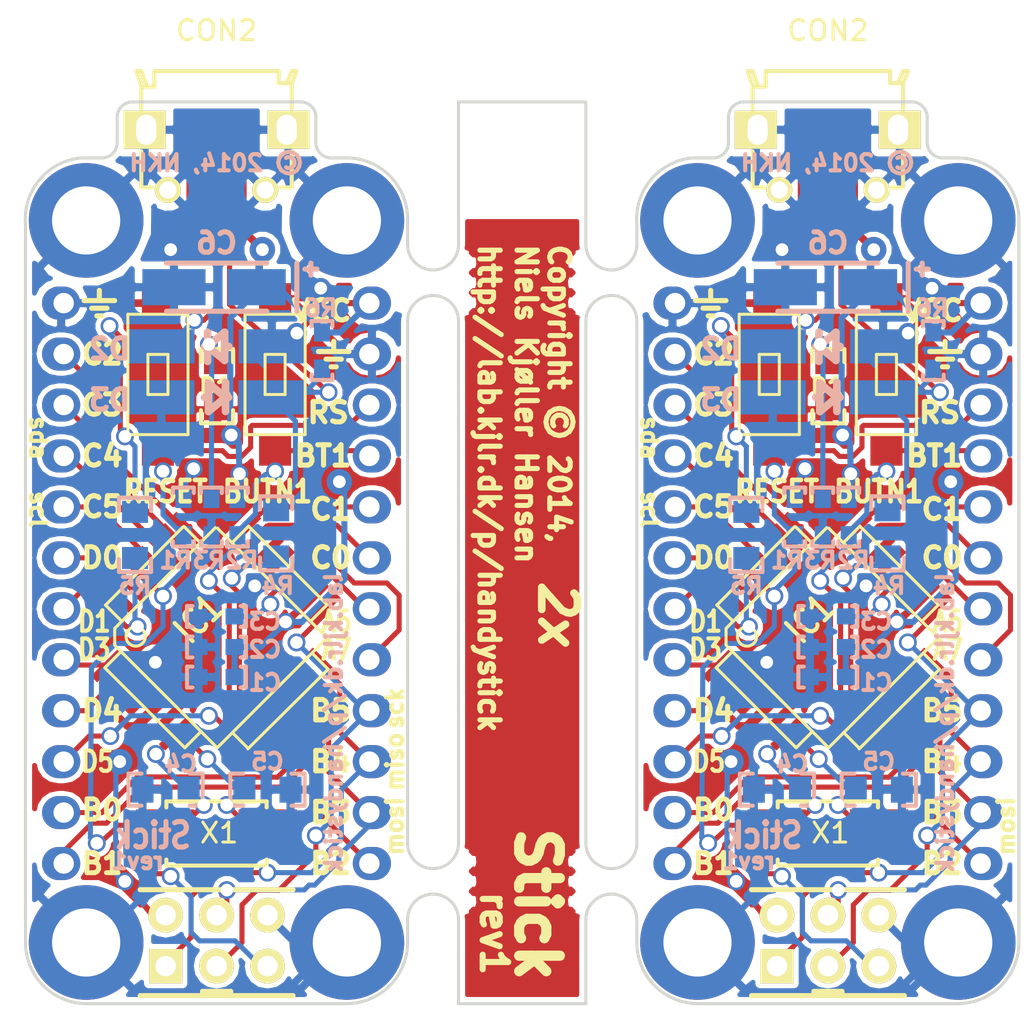
<source format=kicad_pcb>
(kicad_pcb (version 4) (host pcbnew "(2014-08-08 BZR 5060)-product")
  (layers (0 F.Cu signal) (31 B.Cu signal) (34 B.Paste user) (35 F.Paste user) (36 B.SilkS user) (37 F.SilkS user) (38 B.Mask user) (39 F.Mask user) (44 Edge.Cuts user))
  (net 0 "")
  (net 1 GND)
  (net 2 VCC)
  (net 3 /XTAL1)
  (net 4 /XTAL2)
  (net 5 /MISO)
  (net 6 /SCK)
  (net 7 /MOSI)
  (net 8 /RESET)
  (net 9 "Net-(CON2-Pad2)")
  (net 10 "Net-(CON2-Pad3)")
  (net 11 "Net-(CON2-Pad4)")
  (net 12 "Net-(D1-Pad2)")
  (net 13 /PD4)
  (net 14 /PD3)
  (net 15 /ADC6)
  (net 16 /ADC7)
  (net 17 /USBD+)
  (net 18 /PD1)
  (net 19 /PD0)
  (net 20 /PD5)
  (net 21 /PROG)
  (net 22 /USBD-)
  (net 23 /PB0)
  (net 24 /PB1)
  (net 25 /PB2)
  (net 26 /ADC1)
  (net 27 /ADC0)
  (net 28 /SCL)
  (net 29 /SDA)
  (net 30 /ADC3)
  (net 31 /ADC2)
  (net 32 /AREF)
  (module MySymbols:Mousebites-3 (layer F.Cu) (at 54.61 69.215 90)
    (fp_text reference Mousebites-3 hide)
    (fp_text value VAL** hide)
    (pad "" np_thru_hole circle (at 0 -1.52 90) (size 0.5 0.5) (drill 0.5) (layers *.Cu))
    (pad "" np_thru_hole circle (at 1 -1.52 90) (size 0.5 0.5) (drill 0.5) (layers *.Cu))
    (pad "" np_thru_hole circle (at -1 -1.52 90) (size 0.5 0.5) (drill 0.5) (layers *.Cu))
    (pad "" np_thru_hole circle (at -1 1.52 90) (size 0.5 0.5) (drill 0.5) (layers *.Cu))
    (pad "" np_thru_hole circle (at 0 1.52 90) (size 0.5 0.5) (drill 0.5) (layers *.Cu))
    (pad "" np_thru_hole circle (at 1 1.52 90) (size 0.5 0.5) (drill 0.5) (layers *.Cu))
  )
  (module MySymbols:Mousebites-3 (layer F.Cu) (at 45.72 69.215 90)
    (fp_text reference Mousebites-3 hide)
    (fp_text value VAL** hide)
    (pad "" np_thru_hole circle (at 0 -1.52 90) (size 0.5 0.5) (drill 0.5) (layers *.Cu))
    (pad "" np_thru_hole circle (at 1 -1.52 90) (size 0.5 0.5) (drill 0.5) (layers *.Cu))
    (pad "" np_thru_hole circle (at -1 -1.52 90) (size 0.5 0.5) (drill 0.5) (layers *.Cu))
    (pad "" np_thru_hole circle (at -1 1.52 90) (size 0.5 0.5) (drill 0.5) (layers *.Cu))
    (pad "" np_thru_hole circle (at 0 1.52 90) (size 0.5 0.5) (drill 0.5) (layers *.Cu))
    (pad "" np_thru_hole circle (at 1 1.52 90) (size 0.5 0.5) (drill 0.5) (layers *.Cu))
  )
  (module MyPinheaders:Pinrow_12p_smalloval (layer F.Cu) (at 73.025 54.356 270)
    (fp_text reference P2 hide)
    (fp_text value CONN_12 hide)
    (pad 1 thru_hole oval (at -13.97 0 270) (size 1.651 1.905) (drill 1.016 (offset 0 -0.127)) (layers *.Cu *.Mask) (net 2 VCC))
    (pad 2 thru_hole oval (at -11.43 0 270) (size 1.651 1.905) (drill 1.016 (offset 0 -0.127)) (layers *.Cu *.Mask) (net 1 GND))
    (pad 3 thru_hole oval (at -8.89 0 270) (size 1.651 1.905) (drill 1.016 (offset 0 -0.127)) (layers *.Cu *.Mask) (net 8 /RESET))
    (pad 4 thru_hole oval (at -6.35 0 270) (size 1.651 1.905) (drill 1.016 (offset 0 -0.127)) (layers *.Cu *.Mask) (net 21 /PROG))
    (pad 5 thru_hole oval (at -3.81 0 270) (size 1.651 1.905) (drill 1.016 (offset 0 -0.127)) (layers *.Cu *.Mask) (net 26 /ADC1))
    (pad 6 thru_hole oval (at -1.27 0 270) (size 1.651 1.905) (drill 1.016 (offset 0 -0.127)) (layers *.Cu *.Mask) (net 27 /ADC0))
    (pad 7 thru_hole oval (at 1.27 0 270) (size 1.651 1.905) (drill 1.016 (offset 0 -0.127)) (layers *.Cu *.Mask) (net 15 /ADC6))
    (pad 8 thru_hole oval (at 3.81 0 270) (size 1.651 1.905) (drill 1.016 (offset 0 -0.127)) (layers *.Cu *.Mask) (net 16 /ADC7))
    (pad 9 thru_hole oval (at 6.35 0 270) (size 1.651 1.905) (drill 1.016 (offset 0 -0.127)) (layers *.Cu *.Mask) (net 6 /SCK))
    (pad 10 thru_hole oval (at 8.89 0 270) (size 1.651 1.905) (drill 1.016 (offset 0 -0.127)) (layers *.Cu *.Mask) (net 5 /MISO))
    (pad 11 thru_hole oval (at 11.43 0 270) (size 1.651 1.905) (drill 1.016 (offset 0 -0.127)) (layers *.Cu *.Mask) (net 7 /MOSI))
    (pad 12 thru_hole oval (at 13.97 0 270) (size 1.651 1.905) (drill 1.016 (offset 0 -0.127)) (layers *.Cu *.Mask) (net 25 /PB2))
  )
  (module MyCustomSMD:SMD_0805 (layer B.Cu) (at 67.945 64.643)
    (fp_text reference C5 (at 0 -1.397) (layer B.SilkS) (effects (font (size 0.8128 0.8128) (thickness 0.2032)) (justify mirror)))
    (fp_text value 10pF hide)
    (pad 1 smd rect (at -1.15 0) (size 1.1 1.3) (layers B.Cu B.Paste B.Mask) (net 4 /XTAL2))
    (pad 2 smd rect (at 1.15 0) (size 1.1 1.3) (layers B.Cu B.Paste B.Mask) (net 1 GND))
  )
  (module MyCustomSMD:SMD_0805 (layer B.Cu) (at 62.865 64.643 180)
    (fp_text reference C4 (at -0.762 1.27 180) (layer B.SilkS) (effects (font (size 0.8128 0.8128) (thickness 0.2032)) (justify mirror)))
    (fp_text value 10pF hide)
    (pad 1 smd rect (at -1.15 0 180) (size 1.1 1.3) (layers B.Cu B.Paste B.Mask) (net 3 /XTAL1))
    (pad 2 smd rect (at 1.15 0 180) (size 1.1 1.3) (layers B.Cu B.Paste B.Mask) (net 1 GND))
  )
  (module MyCustomSMD:SMD_0805 (layer B.Cu) (at 61.341 51.943 270)
    (fp_text reference R5 (at 2.54 0 540) (layer B.SilkS) (effects (font (size 0.8128 0.8128) (thickness 0.2032)) (justify mirror)))
    (fp_text value 68R hide)
    (pad 1 smd rect (at -1.15 0 270) (size 1.1 1.3) (layers B.Cu B.Paste B.Mask) (net 10 "Net-(CON2-Pad3)"))
    (pad 2 smd rect (at 1.15 0 270) (size 1.1 1.3) (layers B.Cu B.Paste B.Mask) (net 17 /USBD+))
  )
  (module MyCustomSMD:SMD_0805 (layer B.Cu) (at 68.3768 51.8668 270)
    (fp_text reference R4 (at 2.6162 -0.0762 540) (layer B.SilkS) (effects (font (size 0.8128 0.8128) (thickness 0.2032)) (justify mirror)))
    (fp_text value 68R hide)
    (pad 1 smd rect (at -1.15 0 270) (size 1.1 1.3) (layers B.Cu B.Paste B.Mask) (net 9 "Net-(CON2-Pad2)"))
    (pad 2 smd rect (at 1.15 0 270) (size 1.1 1.3) (layers B.Cu B.Paste B.Mask) (net 22 /USBD-))
  )
  (module Diodes_SMD:Diode-MiniMELF_Handsoldering (layer B.Cu) (at 65.405 45.085)
    (fp_text reference D3 (at -5.334 0.127) (layer B.SilkS) (effects (font (size 1.016 1.016) (thickness 0.254)) (justify mirror)))
    (fp_text value ZENER hide)
    (pad 1 smd rect (at -2.75082 0) (size 3.29946 1.69926) (layers B.Cu B.Paste B.Mask) (net 1 GND))
    (pad 2 smd rect (at 2.75082 0) (size 3.29946 1.69926) (layers B.Cu B.Paste B.Mask) (net 9 "Net-(CON2-Pad2)"))
  )
  (module Diodes_SMD:Diode-MiniMELF_Handsoldering (layer B.Cu) (at 65.41 42.541 180)
    (fp_text reference D2 (at 5.339 -0.131 180) (layer B.SilkS) (effects (font (size 1.016 1.016) (thickness 0.254)) (justify mirror)))
    (fp_text value ZENER hide)
    (pad 1 smd rect (at -2.75082 0 180) (size 3.29946 1.69926) (layers B.Cu B.Paste B.Mask) (net 1 GND))
    (pad 2 smd rect (at 2.75082 0 180) (size 3.29946 1.69926) (layers B.Cu B.Paste B.Mask) (net 10 "Net-(CON2-Pad3)"))
  )
  (module MyCustomSMD:SMD_0603 (layer B.Cu) (at 65.405 57.531 180)
    (fp_text reference C2 (at -2.413 -0.127 180) (layer B.SilkS) (effects (font (size 0.8128 0.8128) (thickness 0.2032)) (justify mirror)))
    (fp_text value 100nF hide)
    (pad 1 smd rect (at -0.9 0 180) (size 0.9 0.8) (layers B.Cu B.Paste B.Mask) (net 2 VCC))
    (pad 2 smd rect (at 0.9 0 180) (size 0.9 0.8) (layers B.Cu B.Paste B.Mask) (net 1 GND))
  )
  (module MyCustomSMD:SMD_0603 (layer B.Cu) (at 65.405 59.0296 180)
    (fp_text reference C1 (at -2.413 -0.2794 180) (layer B.SilkS) (effects (font (size 0.8128 0.8128) (thickness 0.2032)) (justify mirror)))
    (fp_text value 100nF hide)
    (pad 1 smd rect (at -0.9 0 180) (size 0.9 0.8) (layers B.Cu B.Paste B.Mask) (net 2 VCC))
    (pad 2 smd rect (at 0.9 0 180) (size 0.9 0.8) (layers B.Cu B.Paste B.Mask) (net 1 GND))
  )
  (module MyCustomSMD:SMD_0603 (layer B.Cu) (at 70.6628 42.7482 270)
    (fp_text reference R6 (at -2.1082 0.0508 540) (layer B.SilkS) (effects (font (size 0.8128 0.8128) (thickness 0.2032)) (justify mirror)))
    (fp_text value 2.2K hide)
    (pad 1 smd rect (at -0.9 0 270) (size 0.9 0.8) (layers B.Cu B.Paste B.Mask) (net 2 VCC))
    (pad 2 smd rect (at 0.9 0 270) (size 0.9 0.8) (layers B.Cu B.Paste B.Mask) (net 9 "Net-(CON2-Pad2)"))
  )
  (module MyCustomSMD:3x6_smd_button (layer F.Cu) (at 68.326 43.942 270)
    (fp_text reference SW2 hide)
    (fp_text value SW_PUSH hide)
    (pad 1 smd rect (at -3.8 0 270) (size 1.5 1.6) (layers F.Cu F.Paste F.Mask) (net 1 GND))
    (pad 2 smd rect (at 3.8 0 270) (size 1.5 1.6) (layers F.Cu F.Paste F.Mask) (net 21 /PROG))
  )
  (module MyCustomSMD:3x6_smd_button (layer F.Cu) (at 62.484 43.942 270)
    (fp_text reference SW1 hide)
    (fp_text value SW_PUSH hide)
    (pad 1 smd rect (at -3.8 0 270) (size 1.5 1.6) (layers F.Cu F.Paste F.Mask) (net 1 GND))
    (pad 2 smd rect (at 3.8 0 270) (size 1.5 1.6) (layers F.Cu F.Paste F.Mask) (net 8 /RESET))
  )
  (module MyCustomSMD:SMD_0603 (layer B.Cu) (at 65.151 51.054 270)
    (fp_text reference R3 (at 2.159 0.127 540) (layer B.SilkS) (effects (font (size 0.8128 0.8128) (thickness 0.2032)) (justify mirror)))
    (fp_text value 2.2K hide)
    (pad 1 smd rect (at -0.9 0 270) (size 0.9 0.8) (layers B.Cu B.Paste B.Mask) (net 12 "Net-(D1-Pad2)"))
    (pad 2 smd rect (at 0.9 0 270) (size 0.9 0.8) (layers B.Cu B.Paste B.Mask) (net 1 GND))
  )
  (module MyCustomSMD:SMD_0603 (layer B.Cu) (at 66.4464 51.054 270)
    (fp_text reference R2 (at 2.159 -0.2286 540) (layer B.SilkS) (effects (font (size 0.8128 0.8128) (thickness 0.2032)) (justify mirror)))
    (fp_text value 10K hide)
    (pad 1 smd rect (at -0.9 0 270) (size 0.9 0.8) (layers B.Cu B.Paste B.Mask) (net 2 VCC))
    (pad 2 smd rect (at 0.9 0 270) (size 0.9 0.8) (layers B.Cu B.Paste B.Mask) (net 21 /PROG))
  )
  (module MyCustomSMD:SMD_0603 (layer B.Cu) (at 63.754 51.054 270)
    (fp_text reference R1 (at 2.159 0.381 540) (layer B.SilkS) (effects (font (size 0.8128 0.8128) (thickness 0.2032)) (justify mirror)))
    (fp_text value 10K hide)
    (pad 1 smd rect (at -0.9 0 270) (size 0.9 0.8) (layers B.Cu B.Paste B.Mask) (net 2 VCC))
    (pad 2 smd rect (at 0.9 0 270) (size 0.9 0.8) (layers B.Cu B.Paste B.Mask) (net 8 /RESET))
  )
  (module SMD_Packages:TQFP32 (layer F.Cu) (at 65.405 57.023 45)
    (fp_text reference IC1 (at 0 -1.27 45) (layer F.SilkS) (effects (font (size 1.27 1.016) (thickness 0.2032))))
    (fp_text value ATMEGA328P-A hide)
    (pad 8 smd rect (at -4.81584 2.77622 45) (size 1.99898 0.44958) (layers F.Cu F.Paste F.Mask) (net 4 /XTAL2))
    (pad 7 smd rect (at -4.81584 1.97612 45) (size 1.99898 0.44958) (layers F.Cu F.Paste F.Mask) (net 3 /XTAL1))
    (pad 6 smd rect (at -4.81584 1.17602 45) (size 1.99898 0.44958) (layers F.Cu F.Paste F.Mask) (net 2 VCC))
    (pad 5 smd rect (at -4.81584 0.37592 45) (size 1.99898 0.44958) (layers F.Cu F.Paste F.Mask) (net 1 GND))
    (pad 4 smd rect (at -4.81584 -0.42418 45) (size 1.99898 0.44958) (layers F.Cu F.Paste F.Mask) (net 2 VCC))
    (pad 3 smd rect (at -4.81584 -1.22428 45) (size 1.99898 0.44958) (layers F.Cu F.Paste F.Mask) (net 1 GND))
    (pad 2 smd rect (at -4.81584 -2.02438 45) (size 1.99898 0.44958) (layers F.Cu F.Paste F.Mask) (net 13 /PD4))
    (pad 1 smd rect (at -4.81584 -2.82448 45) (size 1.99898 0.44958) (layers F.Cu F.Paste F.Mask) (net 14 /PD3))
    (pad 24 smd rect (at 4.7498 -2.8194 45) (size 1.99898 0.44958) (layers F.Cu F.Paste F.Mask) (net 26 /ADC1))
    (pad 17 smd rect (at 4.7498 2.794 45) (size 1.99898 0.44958) (layers F.Cu F.Paste F.Mask) (net 6 /SCK))
    (pad 18 smd rect (at 4.7498 1.9812 45) (size 1.99898 0.44958) (layers F.Cu F.Paste F.Mask) (net 2 VCC))
    (pad 19 smd rect (at 4.7498 1.1684 45) (size 1.99898 0.44958) (layers F.Cu F.Paste F.Mask) (net 15 /ADC6))
    (pad 20 smd rect (at 4.7498 0.381 45) (size 1.99898 0.44958) (layers F.Cu F.Paste F.Mask) (net 32 /AREF))
    (pad 21 smd rect (at 4.7498 -0.4318 45) (size 1.99898 0.44958) (layers F.Cu F.Paste F.Mask) (net 1 GND))
    (pad 22 smd rect (at 4.7498 -1.2192 45) (size 1.99898 0.44958) (layers F.Cu F.Paste F.Mask) (net 16 /ADC7))
    (pad 23 smd rect (at 4.7498 -2.032 45) (size 1.99898 0.44958) (layers F.Cu F.Paste F.Mask) (net 27 /ADC0))
    (pad 32 smd rect (at -2.82448 -4.826 45) (size 0.44958 1.99898) (layers F.Cu F.Paste F.Mask) (net 17 /USBD+))
    (pad 31 smd rect (at -2.02692 -4.826 45) (size 0.44958 1.99898) (layers F.Cu F.Paste F.Mask) (net 18 /PD1))
    (pad 30 smd rect (at -1.22428 -4.826 45) (size 0.44958 1.99898) (layers F.Cu F.Paste F.Mask) (net 19 /PD0))
    (pad 29 smd rect (at -0.42672 -4.826 45) (size 0.44958 1.99898) (layers F.Cu F.Paste F.Mask) (net 8 /RESET))
    (pad 28 smd rect (at 0.37592 -4.826 45) (size 0.44958 1.99898) (layers F.Cu F.Paste F.Mask) (net 28 /SCL))
    (pad 27 smd rect (at 1.17348 -4.826 45) (size 0.44958 1.99898) (layers F.Cu F.Paste F.Mask) (net 29 /SDA))
    (pad 26 smd rect (at 1.97612 -4.826 45) (size 0.44958 1.99898) (layers F.Cu F.Paste F.Mask) (net 30 /ADC3))
    (pad 25 smd rect (at 2.77368 -4.826 45) (size 0.44958 1.99898) (layers F.Cu F.Paste F.Mask) (net 31 /ADC2))
    (pad 9 smd rect (at -2.8194 4.7752 45) (size 0.44958 1.99898) (layers F.Cu F.Paste F.Mask) (net 20 /PD5))
    (pad 10 smd rect (at -2.032 4.7752 45) (size 0.44958 1.99898) (layers F.Cu F.Paste F.Mask) (net 21 /PROG))
    (pad 11 smd rect (at -1.2192 4.7752 45) (size 0.44958 1.99898) (layers F.Cu F.Paste F.Mask) (net 22 /USBD-))
    (pad 12 smd rect (at -0.4318 4.7752 45) (size 0.44958 1.99898) (layers F.Cu F.Paste F.Mask) (net 23 /PB0))
    (pad 13 smd rect (at 0.3556 4.7752 45) (size 0.44958 1.99898) (layers F.Cu F.Paste F.Mask) (net 24 /PB1))
    (pad 14 smd rect (at 1.1684 4.7752 45) (size 0.44958 1.99898) (layers F.Cu F.Paste F.Mask) (net 25 /PB2))
    (pad 15 smd rect (at 1.9812 4.7752 45) (size 0.44958 1.99898) (layers F.Cu F.Paste F.Mask) (net 7 /MOSI))
    (pad 16 smd rect (at 2.794 4.7752 45) (size 0.44958 1.99898) (layers F.Cu F.Paste F.Mask) (net 5 /MISO))
  )
  (module MyCustomSMD:SMD_0805 (layer F.Cu) (at 65.4304 44.5262 90)
    (fp_text reference D1 (at -0.02 -0.07 180) (layer F.SilkS) (effects (font (size 0.8128 0.8128) (thickness 0.2032))))
    (fp_text value LED hide)
    (pad 1 smd rect (at -1.15 0 90) (size 1.1 1.3) (layers F.Cu F.Paste F.Mask) (net 2 VCC))
    (pad 2 smd rect (at 1.15 0 90) (size 1.1 1.3) (layers F.Cu F.Paste F.Mask) (net 12 "Net-(D1-Pad2)"))
  )
  (module MyCustomSMD:SMD_0603 (layer B.Cu) (at 65.405 56.007 180)
    (fp_text reference C3 (at -2.413 -0.254 360) (layer B.SilkS) (effects (font (size 0.8128 0.8128) (thickness 0.2032)) (justify mirror)))
    (fp_text value 100nF hide)
    (pad 1 smd rect (at -0.9 0 180) (size 0.9 0.8) (layers B.Cu B.Paste B.Mask) (net 32 /AREF))
    (pad 2 smd rect (at 0.9 0 180) (size 0.9 0.8) (layers B.Cu B.Paste B.Mask) (net 1 GND))
  )
  (module USB_Micro_B_SMD+DIP_long (layer F.Cu) (at 65.405 34.417 180)
    (fp_text reference CON2 (at 0 7.62 180) (layer F.SilkS))
    (fp_text value USB-MINI-B hide)
    (pad 1 smd rect (at -1.3 -0.825 180) (size 0.4 3) (layers F.Cu F.Paste F.Mask) (net 2 VCC))
    (pad 2 smd rect (at -0.65 -0.825 180) (size 0.4 3) (layers F.Cu F.Paste F.Mask) (net 9 "Net-(CON2-Pad2)"))
    (pad 3 smd rect (at 0 -0.825 180) (size 0.4 3) (layers F.Cu F.Paste F.Mask) (net 10 "Net-(CON2-Pad3)"))
    (pad 4 smd rect (at 0.65 -0.825 180) (size 0.4 3) (layers F.Cu F.Paste F.Mask) (net 11 "Net-(CON2-Pad4)"))
    (pad 5 smd rect (at 1.3 -0.825 180) (size 0.4 3) (layers F.Cu F.Paste F.Mask) (net 1 GND))
    (pad "" smd rect (at -1.15 2.675 180) (size 1.8 1.9) (layers F.Cu F.Paste F.Mask))
    (pad "" smd rect (at 1.15 2.675 180) (size 1.8 1.9) (layers F.Cu F.Paste F.Mask))
    (pad 6 thru_hole rect (at -3.5 2.675 180) (size 2.1 1.9) (drill oval 1 1.5 (offset -0.0875 0)) (layers *.Cu *.Mask F.SilkS) (net 1 GND))
    (pad 9 thru_hole rect (at 3.5 2.675 180) (size 2.1 1.9) (drill oval 1 1.5 (offset 0.0875 0)) (layers *.Cu *.Mask F.SilkS) (net 1 GND))
    (pad 8 thru_hole circle (at 2.425 -0.325 180) (size 1.3 1.3) (drill 0.85) (layers *.Cu *.Mask F.SilkS) (net 1 GND))
    (pad 7 thru_hole circle (at -2.425 -0.325 180) (size 1.3 1.3) (drill 0.85) (layers *.Cu *.Mask F.SilkS) (net 1 GND))
  )
  (module crystal_5032_2p (layer F.Cu) (at 65.405 66.8274)
    (fp_text reference X1 (at 0.127 -0.0254) (layer F.SilkS))
    (fp_text value 12MHz hide)
    (pad 1 smd rect (at -2.55 0) (size 2.9 2.4) (layers F.Cu F.Paste F.Mask) (net 3 /XTAL1))
    (pad 2 smd rect (at 2.55 0) (size 2.9 2.4) (layers F.Cu F.Paste F.Mask) (net 4 /XTAL2))
  )
  (module M3_mounting_hole (layer F.Cu) (at 58.905 72.263)
    (fp_text reference 1PIN hide)
    (fp_text value P*** hide)
    (pad 1 thru_hole circle (at 0 0) (size 5.715 5.715) (drill 3.4) (layers *.Cu *.Mask) (net 1 GND))
  )
  (module M3_mounting_hole (layer F.Cu) (at 71.905 72.263)
    (fp_text reference 1PIN hide)
    (fp_text value P*** hide)
    (pad 1 thru_hole circle (at 0 0) (size 5.715 5.715) (drill 3.4) (layers *.Cu *.Mask) (net 1 GND))
  )
  (module M3_mounting_hole (layer F.Cu) (at 58.905 36.263)
    (fp_text reference 1PIN hide)
    (fp_text value P*** hide)
    (pad 1 thru_hole circle (at 0 0) (size 5.715 5.715) (drill 3.4) (layers *.Cu *.Mask) (net 1 GND))
  )
  (module M3_mounting_hole (layer F.Cu) (at 71.905 36.263)
    (fp_text reference 1PIN hide)
    (fp_text value P*** hide)
    (pad 1 thru_hole circle (at 0 0) (size 5.715 5.715) (drill 3.4) (layers *.Cu *.Mask) (net 1 GND))
  )
  (module AVR-ISP-6P_compact (layer F.Cu) (at 65.41 70.901)
    (fp_text reference CON1 hide)
    (fp_text value AVR-ISP-6 hide)
    (pad 1 thru_hole rect (at -2.54 2.54) (size 1.65 1.7) (drill 1.016) (layers *.Cu *.Mask F.SilkS) (net 5 /MISO))
    (pad 2 thru_hole oval (at -2.54 0) (size 1.7272 1.7272) (drill 1.016) (layers *.Cu *.Mask F.SilkS) (net 2 VCC))
    (pad 3 thru_hole oval (at 0 2.54) (size 1.7272 1.7272) (drill 1.016) (layers *.Cu *.Mask F.SilkS) (net 6 /SCK))
    (pad 4 thru_hole oval (at 0 0) (size 1.7272 1.7272) (drill 1.016) (layers *.Cu *.Mask F.SilkS) (net 7 /MOSI))
    (pad 5 thru_hole oval (at 2.54 2.54) (size 1.7272 1.7272) (drill 1.016) (layers *.Cu *.Mask F.SilkS) (net 8 /RESET))
    (pad 6 thru_hole oval (at 2.54 0) (size 1.7272 1.7272) (drill 1.016) (layers *.Cu *.Mask F.SilkS) (net 1 GND))
  )
  (module MyPinheaders:Pinrow_12p_oval (layer F.Cu) (at 57.785 54.356 90)
    (fp_text reference P1 hide)
    (fp_text value CONN_12 hide)
    (pad 1 thru_hole oval (at -13.97 0 90) (size 1.651 1.905) (drill 1.016 (offset 0 -0.127)) (layers *.Cu *.Mask) (net 24 /PB1))
    (pad 2 thru_hole oval (at -11.43 0 90) (size 1.651 1.905) (drill 1.016 (offset 0 -0.127)) (layers *.Cu *.Mask) (net 23 /PB0))
    (pad 3 thru_hole oval (at -8.89 0 90) (size 1.651 1.905) (drill 1.016 (offset 0 -0.127)) (layers *.Cu *.Mask) (net 20 /PD5))
    (pad 4 thru_hole oval (at -6.35 0 90) (size 1.651 1.905) (drill 1.016 (offset 0 -0.127)) (layers *.Cu *.Mask) (net 13 /PD4))
    (pad 5 thru_hole oval (at -3.81 0 90) (size 1.651 1.905) (drill 1.016 (offset 0 -0.127)) (layers *.Cu *.Mask) (net 14 /PD3))
    (pad 6 thru_hole oval (at -1.27 0 90) (size 1.651 1.905) (drill 1.016 (offset 0 -0.127)) (layers *.Cu *.Mask) (net 18 /PD1))
    (pad 7 thru_hole oval (at 1.27 0 90) (size 1.651 1.905) (drill 1.016 (offset 0 -0.127)) (layers *.Cu *.Mask) (net 19 /PD0))
    (pad 8 thru_hole oval (at 3.81 0 90) (size 1.651 1.905) (drill 1.016 (offset 0 -0.127)) (layers *.Cu *.Mask) (net 28 /SCL))
    (pad 9 thru_hole oval (at 6.35 0 90) (size 1.651 1.905) (drill 1.016 (offset 0 -0.127)) (layers *.Cu *.Mask) (net 29 /SDA))
    (pad 10 thru_hole oval (at 8.89 0 90) (size 1.651 1.905) (drill 1.016 (offset 0 -0.127)) (layers *.Cu *.Mask) (net 30 /ADC3))
    (pad 11 thru_hole oval (at 11.43 0 90) (size 1.651 1.905) (drill 1.016 (offset 0 -0.127)) (layers *.Cu *.Mask) (net 31 /ADC2))
    (pad 12 thru_hole oval (at 13.97 0 90) (size 1.651 1.905) (drill 1.016 (offset 0 -0.127)) (layers *.Cu *.Mask) (net 1 GND))
  )
  (module Capacitors_Tantalum_SMD:TantalC_SizeB_EIA-3528_HandSoldering (layer B.Cu) (at 65.41 39.591 180)
    (fp_text reference C6 (at 0 2.2 180) (layer B.SilkS) (effects (font (size 1.016 1.016) (thickness 0.254)) (justify mirror)))
    (fp_text value 10uF hide)
    (pad 2 smd rect (at 2.12598 0 180) (size 3.1496 1.80086) (layers B.Cu B.Paste B.Mask) (net 1 GND))
    (pad 1 smd rect (at -2.12598 0 180) (size 2.8956 1.80086) (drill (offset 0.127 0)) (layers B.Cu B.Paste B.Mask) (net 2 VCC))
  )
  (module Capacitors_Tantalum_SMD:TantalC_SizeB_EIA-3528_HandSoldering (layer B.Cu) (at 34.93 39.591 180)
    (fp_text reference C6 (at 0 2.2 180) (layer B.SilkS) (effects (font (size 1.016 1.016) (thickness 0.254)) (justify mirror)))
    (fp_text value 10uF hide)
    (pad 2 smd rect (at 2.12598 0 180) (size 3.1496 1.80086) (layers B.Cu B.Paste B.Mask) (net 1 GND))
    (pad 1 smd rect (at -2.12598 0 180) (size 2.8956 1.80086) (drill (offset 0.127 0)) (layers B.Cu B.Paste B.Mask) (net 2 VCC))
  )
  (module MyPinheaders:Pinrow_12p_oval (layer F.Cu) (at 27.305 54.356 90)
    (fp_text reference P1 hide)
    (fp_text value CONN_12 hide)
    (pad 1 thru_hole oval (at -13.97 0 90) (size 1.651 1.905) (drill 1.016 (offset 0 -0.127)) (layers *.Cu *.Mask) (net 24 /PB1))
    (pad 2 thru_hole oval (at -11.43 0 90) (size 1.651 1.905) (drill 1.016 (offset 0 -0.127)) (layers *.Cu *.Mask) (net 23 /PB0))
    (pad 3 thru_hole oval (at -8.89 0 90) (size 1.651 1.905) (drill 1.016 (offset 0 -0.127)) (layers *.Cu *.Mask) (net 20 /PD5))
    (pad 4 thru_hole oval (at -6.35 0 90) (size 1.651 1.905) (drill 1.016 (offset 0 -0.127)) (layers *.Cu *.Mask) (net 13 /PD4))
    (pad 5 thru_hole oval (at -3.81 0 90) (size 1.651 1.905) (drill 1.016 (offset 0 -0.127)) (layers *.Cu *.Mask) (net 14 /PD3))
    (pad 6 thru_hole oval (at -1.27 0 90) (size 1.651 1.905) (drill 1.016 (offset 0 -0.127)) (layers *.Cu *.Mask) (net 18 /PD1))
    (pad 7 thru_hole oval (at 1.27 0 90) (size 1.651 1.905) (drill 1.016 (offset 0 -0.127)) (layers *.Cu *.Mask) (net 19 /PD0))
    (pad 8 thru_hole oval (at 3.81 0 90) (size 1.651 1.905) (drill 1.016 (offset 0 -0.127)) (layers *.Cu *.Mask) (net 28 /SCL))
    (pad 9 thru_hole oval (at 6.35 0 90) (size 1.651 1.905) (drill 1.016 (offset 0 -0.127)) (layers *.Cu *.Mask) (net 29 /SDA))
    (pad 10 thru_hole oval (at 8.89 0 90) (size 1.651 1.905) (drill 1.016 (offset 0 -0.127)) (layers *.Cu *.Mask) (net 30 /ADC3))
    (pad 11 thru_hole oval (at 11.43 0 90) (size 1.651 1.905) (drill 1.016 (offset 0 -0.127)) (layers *.Cu *.Mask) (net 31 /ADC2))
    (pad 12 thru_hole oval (at 13.97 0 90) (size 1.651 1.905) (drill 1.016 (offset 0 -0.127)) (layers *.Cu *.Mask) (net 1 GND))
  )
  (module AVR-ISP-6P_compact (layer F.Cu) (at 34.93 70.901)
    (fp_text reference CON1 hide)
    (fp_text value AVR-ISP-6 hide)
    (pad 1 thru_hole rect (at -2.54 2.54) (size 1.65 1.7) (drill 1.016) (layers *.Cu *.Mask F.SilkS) (net 5 /MISO))
    (pad 2 thru_hole oval (at -2.54 0) (size 1.7272 1.7272) (drill 1.016) (layers *.Cu *.Mask F.SilkS) (net 2 VCC))
    (pad 3 thru_hole oval (at 0 2.54) (size 1.7272 1.7272) (drill 1.016) (layers *.Cu *.Mask F.SilkS) (net 6 /SCK))
    (pad 4 thru_hole oval (at 0 0) (size 1.7272 1.7272) (drill 1.016) (layers *.Cu *.Mask F.SilkS) (net 7 /MOSI))
    (pad 5 thru_hole oval (at 2.54 2.54) (size 1.7272 1.7272) (drill 1.016) (layers *.Cu *.Mask F.SilkS) (net 8 /RESET))
    (pad 6 thru_hole oval (at 2.54 0) (size 1.7272 1.7272) (drill 1.016) (layers *.Cu *.Mask F.SilkS) (net 1 GND))
  )
  (module M3_mounting_hole (layer F.Cu) (at 41.425 36.263)
    (fp_text reference 1PIN hide)
    (fp_text value P*** hide)
    (pad 1 thru_hole circle (at 0 0) (size 5.715 5.715) (drill 3.4) (layers *.Cu *.Mask) (net 1 GND))
  )
  (module M3_mounting_hole (layer F.Cu) (at 28.425 36.263)
    (fp_text reference 1PIN hide)
    (fp_text value P*** hide)
    (pad 1 thru_hole circle (at 0 0) (size 5.715 5.715) (drill 3.4) (layers *.Cu *.Mask) (net 1 GND))
  )
  (module M3_mounting_hole (layer F.Cu) (at 41.425 72.263)
    (fp_text reference 1PIN hide)
    (fp_text value P*** hide)
    (pad 1 thru_hole circle (at 0 0) (size 5.715 5.715) (drill 3.4) (layers *.Cu *.Mask) (net 1 GND))
  )
  (module M3_mounting_hole (layer F.Cu) (at 28.425 72.263)
    (fp_text reference 1PIN hide)
    (fp_text value P*** hide)
    (pad 1 thru_hole circle (at 0 0) (size 5.715 5.715) (drill 3.4) (layers *.Cu *.Mask) (net 1 GND))
  )
  (module crystal_5032_2p (layer F.Cu) (at 34.925 66.8274)
    (fp_text reference X1 (at 0.127 -0.0254) (layer F.SilkS))
    (fp_text value 12MHz hide)
    (pad 1 smd rect (at -2.55 0) (size 2.9 2.4) (layers F.Cu F.Paste F.Mask) (net 3 /XTAL1))
    (pad 2 smd rect (at 2.55 0) (size 2.9 2.4) (layers F.Cu F.Paste F.Mask) (net 4 /XTAL2))
  )
  (module USB_Micro_B_SMD+DIP_long (layer F.Cu) (at 34.925 34.417 180)
    (fp_text reference CON2 (at 0 7.62 180) (layer F.SilkS))
    (fp_text value USB-MINI-B hide)
    (pad 1 smd rect (at -1.3 -0.825 180) (size 0.4 3) (layers F.Cu F.Paste F.Mask) (net 2 VCC))
    (pad 2 smd rect (at -0.65 -0.825 180) (size 0.4 3) (layers F.Cu F.Paste F.Mask) (net 9 "Net-(CON2-Pad2)"))
    (pad 3 smd rect (at 0 -0.825 180) (size 0.4 3) (layers F.Cu F.Paste F.Mask) (net 10 "Net-(CON2-Pad3)"))
    (pad 4 smd rect (at 0.65 -0.825 180) (size 0.4 3) (layers F.Cu F.Paste F.Mask) (net 11 "Net-(CON2-Pad4)"))
    (pad 5 smd rect (at 1.3 -0.825 180) (size 0.4 3) (layers F.Cu F.Paste F.Mask) (net 1 GND))
    (pad "" smd rect (at -1.15 2.675 180) (size 1.8 1.9) (layers F.Cu F.Paste F.Mask))
    (pad "" smd rect (at 1.15 2.675 180) (size 1.8 1.9) (layers F.Cu F.Paste F.Mask))
    (pad 6 thru_hole rect (at -3.5 2.675 180) (size 2.1 1.9) (drill oval 1 1.5 (offset -0.0875 0)) (layers *.Cu *.Mask F.SilkS) (net 1 GND))
    (pad 9 thru_hole rect (at 3.5 2.675 180) (size 2.1 1.9) (drill oval 1 1.5 (offset 0.0875 0)) (layers *.Cu *.Mask F.SilkS) (net 1 GND))
    (pad 8 thru_hole circle (at 2.425 -0.325 180) (size 1.3 1.3) (drill 0.85) (layers *.Cu *.Mask F.SilkS) (net 1 GND))
    (pad 7 thru_hole circle (at -2.425 -0.325 180) (size 1.3 1.3) (drill 0.85) (layers *.Cu *.Mask F.SilkS) (net 1 GND))
  )
  (module MyCustomSMD:SMD_0603 (layer B.Cu) (at 34.925 56.007 180)
    (fp_text reference C3 (at -2.413 -0.254 360) (layer B.SilkS) (effects (font (size 0.8128 0.8128) (thickness 0.2032)) (justify mirror)))
    (fp_text value 100nF hide)
    (pad 1 smd rect (at -0.9 0 180) (size 0.9 0.8) (layers B.Cu B.Paste B.Mask) (net 32 /AREF))
    (pad 2 smd rect (at 0.9 0 180) (size 0.9 0.8) (layers B.Cu B.Paste B.Mask) (net 1 GND))
  )
  (module MyCustomSMD:SMD_0805 (layer F.Cu) (at 34.9504 44.5262 90)
    (fp_text reference D1 (at -0.02 -0.07 180) (layer F.SilkS) (effects (font (size 0.8128 0.8128) (thickness 0.2032))))
    (fp_text value LED hide)
    (pad 1 smd rect (at -1.15 0 90) (size 1.1 1.3) (layers F.Cu F.Paste F.Mask) (net 2 VCC))
    (pad 2 smd rect (at 1.15 0 90) (size 1.1 1.3) (layers F.Cu F.Paste F.Mask) (net 12 "Net-(D1-Pad2)"))
  )
  (module SMD_Packages:TQFP32 (layer F.Cu) (at 34.925 57.023 45)
    (fp_text reference IC1 (at 0 -1.27 45) (layer F.SilkS) (effects (font (size 1.27 1.016) (thickness 0.2032))))
    (fp_text value ATMEGA328P-A hide)
    (pad 8 smd rect (at -4.81584 2.77622 45) (size 1.99898 0.44958) (layers F.Cu F.Paste F.Mask) (net 4 /XTAL2))
    (pad 7 smd rect (at -4.81584 1.97612 45) (size 1.99898 0.44958) (layers F.Cu F.Paste F.Mask) (net 3 /XTAL1))
    (pad 6 smd rect (at -4.81584 1.17602 45) (size 1.99898 0.44958) (layers F.Cu F.Paste F.Mask) (net 2 VCC))
    (pad 5 smd rect (at -4.81584 0.37592 45) (size 1.99898 0.44958) (layers F.Cu F.Paste F.Mask) (net 1 GND))
    (pad 4 smd rect (at -4.81584 -0.42418 45) (size 1.99898 0.44958) (layers F.Cu F.Paste F.Mask) (net 2 VCC))
    (pad 3 smd rect (at -4.81584 -1.22428 45) (size 1.99898 0.44958) (layers F.Cu F.Paste F.Mask) (net 1 GND))
    (pad 2 smd rect (at -4.81584 -2.02438 45) (size 1.99898 0.44958) (layers F.Cu F.Paste F.Mask) (net 13 /PD4))
    (pad 1 smd rect (at -4.81584 -2.82448 45) (size 1.99898 0.44958) (layers F.Cu F.Paste F.Mask) (net 14 /PD3))
    (pad 24 smd rect (at 4.7498 -2.8194 45) (size 1.99898 0.44958) (layers F.Cu F.Paste F.Mask) (net 26 /ADC1))
    (pad 17 smd rect (at 4.7498 2.794 45) (size 1.99898 0.44958) (layers F.Cu F.Paste F.Mask) (net 6 /SCK))
    (pad 18 smd rect (at 4.7498 1.9812 45) (size 1.99898 0.44958) (layers F.Cu F.Paste F.Mask) (net 2 VCC))
    (pad 19 smd rect (at 4.7498 1.1684 45) (size 1.99898 0.44958) (layers F.Cu F.Paste F.Mask) (net 15 /ADC6))
    (pad 20 smd rect (at 4.7498 0.381 45) (size 1.99898 0.44958) (layers F.Cu F.Paste F.Mask) (net 32 /AREF))
    (pad 21 smd rect (at 4.7498 -0.4318 45) (size 1.99898 0.44958) (layers F.Cu F.Paste F.Mask) (net 1 GND))
    (pad 22 smd rect (at 4.7498 -1.2192 45) (size 1.99898 0.44958) (layers F.Cu F.Paste F.Mask) (net 16 /ADC7))
    (pad 23 smd rect (at 4.7498 -2.032 45) (size 1.99898 0.44958) (layers F.Cu F.Paste F.Mask) (net 27 /ADC0))
    (pad 32 smd rect (at -2.82448 -4.826 45) (size 0.44958 1.99898) (layers F.Cu F.Paste F.Mask) (net 17 /USBD+))
    (pad 31 smd rect (at -2.02692 -4.826 45) (size 0.44958 1.99898) (layers F.Cu F.Paste F.Mask) (net 18 /PD1))
    (pad 30 smd rect (at -1.22428 -4.826 45) (size 0.44958 1.99898) (layers F.Cu F.Paste F.Mask) (net 19 /PD0))
    (pad 29 smd rect (at -0.42672 -4.826 45) (size 0.44958 1.99898) (layers F.Cu F.Paste F.Mask) (net 8 /RESET))
    (pad 28 smd rect (at 0.37592 -4.826 45) (size 0.44958 1.99898) (layers F.Cu F.Paste F.Mask) (net 28 /SCL))
    (pad 27 smd rect (at 1.17348 -4.826 45) (size 0.44958 1.99898) (layers F.Cu F.Paste F.Mask) (net 29 /SDA))
    (pad 26 smd rect (at 1.97612 -4.826 45) (size 0.44958 1.99898) (layers F.Cu F.Paste F.Mask) (net 30 /ADC3))
    (pad 25 smd rect (at 2.77368 -4.826 45) (size 0.44958 1.99898) (layers F.Cu F.Paste F.Mask) (net 31 /ADC2))
    (pad 9 smd rect (at -2.8194 4.7752 45) (size 0.44958 1.99898) (layers F.Cu F.Paste F.Mask) (net 20 /PD5))
    (pad 10 smd rect (at -2.032 4.7752 45) (size 0.44958 1.99898) (layers F.Cu F.Paste F.Mask) (net 21 /PROG))
    (pad 11 smd rect (at -1.2192 4.7752 45) (size 0.44958 1.99898) (layers F.Cu F.Paste F.Mask) (net 22 /USBD-))
    (pad 12 smd rect (at -0.4318 4.7752 45) (size 0.44958 1.99898) (layers F.Cu F.Paste F.Mask) (net 23 /PB0))
    (pad 13 smd rect (at 0.3556 4.7752 45) (size 0.44958 1.99898) (layers F.Cu F.Paste F.Mask) (net 24 /PB1))
    (pad 14 smd rect (at 1.1684 4.7752 45) (size 0.44958 1.99898) (layers F.Cu F.Paste F.Mask) (net 25 /PB2))
    (pad 15 smd rect (at 1.9812 4.7752 45) (size 0.44958 1.99898) (layers F.Cu F.Paste F.Mask) (net 7 /MOSI))
    (pad 16 smd rect (at 2.794 4.7752 45) (size 0.44958 1.99898) (layers F.Cu F.Paste F.Mask) (net 5 /MISO))
  )
  (module MyCustomSMD:SMD_0603 (layer B.Cu) (at 33.274 51.054 270)
    (fp_text reference R1 (at 2.159 0.381 540) (layer B.SilkS) (effects (font (size 0.8128 0.8128) (thickness 0.2032)) (justify mirror)))
    (fp_text value 10K hide)
    (pad 1 smd rect (at -0.9 0 270) (size 0.9 0.8) (layers B.Cu B.Paste B.Mask) (net 2 VCC))
    (pad 2 smd rect (at 0.9 0 270) (size 0.9 0.8) (layers B.Cu B.Paste B.Mask) (net 8 /RESET))
  )
  (module MyCustomSMD:SMD_0603 (layer B.Cu) (at 35.9664 51.054 270)
    (fp_text reference R2 (at 2.159 -0.2286 540) (layer B.SilkS) (effects (font (size 0.8128 0.8128) (thickness 0.2032)) (justify mirror)))
    (fp_text value 10K hide)
    (pad 1 smd rect (at -0.9 0 270) (size 0.9 0.8) (layers B.Cu B.Paste B.Mask) (net 2 VCC))
    (pad 2 smd rect (at 0.9 0 270) (size 0.9 0.8) (layers B.Cu B.Paste B.Mask) (net 21 /PROG))
  )
  (module MyCustomSMD:SMD_0603 (layer B.Cu) (at 34.671 51.054 270)
    (fp_text reference R3 (at 2.159 0.127 540) (layer B.SilkS) (effects (font (size 0.8128 0.8128) (thickness 0.2032)) (justify mirror)))
    (fp_text value 2.2K hide)
    (pad 1 smd rect (at -0.9 0 270) (size 0.9 0.8) (layers B.Cu B.Paste B.Mask) (net 12 "Net-(D1-Pad2)"))
    (pad 2 smd rect (at 0.9 0 270) (size 0.9 0.8) (layers B.Cu B.Paste B.Mask) (net 1 GND))
  )
  (module MyCustomSMD:3x6_smd_button (layer F.Cu) (at 32.004 43.942 270)
    (fp_text reference SW1 hide)
    (fp_text value SW_PUSH hide)
    (pad 1 smd rect (at -3.8 0 270) (size 1.5 1.6) (layers F.Cu F.Paste F.Mask) (net 1 GND))
    (pad 2 smd rect (at 3.8 0 270) (size 1.5 1.6) (layers F.Cu F.Paste F.Mask) (net 8 /RESET))
  )
  (module MyCustomSMD:3x6_smd_button (layer F.Cu) (at 37.846 43.942 270)
    (fp_text reference SW2 hide)
    (fp_text value SW_PUSH hide)
    (pad 1 smd rect (at -3.8 0 270) (size 1.5 1.6) (layers F.Cu F.Paste F.Mask) (net 1 GND))
    (pad 2 smd rect (at 3.8 0 270) (size 1.5 1.6) (layers F.Cu F.Paste F.Mask) (net 21 /PROG))
  )
  (module MyCustomSMD:SMD_0603 (layer B.Cu) (at 40.1828 42.7482 270)
    (fp_text reference R6 (at -2.1082 0.0508 540) (layer B.SilkS) (effects (font (size 0.8128 0.8128) (thickness 0.2032)) (justify mirror)))
    (fp_text value 2.2K hide)
    (pad 1 smd rect (at -0.9 0 270) (size 0.9 0.8) (layers B.Cu B.Paste B.Mask) (net 2 VCC))
    (pad 2 smd rect (at 0.9 0 270) (size 0.9 0.8) (layers B.Cu B.Paste B.Mask) (net 9 "Net-(CON2-Pad2)"))
  )
  (module MyCustomSMD:SMD_0603 (layer B.Cu) (at 34.925 59.0296 180)
    (fp_text reference C1 (at -2.413 -0.2794 180) (layer B.SilkS) (effects (font (size 0.8128 0.8128) (thickness 0.2032)) (justify mirror)))
    (fp_text value 100nF hide)
    (pad 1 smd rect (at -0.9 0 180) (size 0.9 0.8) (layers B.Cu B.Paste B.Mask) (net 2 VCC))
    (pad 2 smd rect (at 0.9 0 180) (size 0.9 0.8) (layers B.Cu B.Paste B.Mask) (net 1 GND))
  )
  (module MyCustomSMD:SMD_0603 (layer B.Cu) (at 34.925 57.531 180)
    (fp_text reference C2 (at -2.413 -0.127 180) (layer B.SilkS) (effects (font (size 0.8128 0.8128) (thickness 0.2032)) (justify mirror)))
    (fp_text value 100nF hide)
    (pad 1 smd rect (at -0.9 0 180) (size 0.9 0.8) (layers B.Cu B.Paste B.Mask) (net 2 VCC))
    (pad 2 smd rect (at 0.9 0 180) (size 0.9 0.8) (layers B.Cu B.Paste B.Mask) (net 1 GND))
  )
  (module Diodes_SMD:Diode-MiniMELF_Handsoldering (layer B.Cu) (at 34.93 42.541 180)
    (fp_text reference D2 (at 5.339 -0.131 180) (layer B.SilkS) (effects (font (size 1.016 1.016) (thickness 0.254)) (justify mirror)))
    (fp_text value ZENER hide)
    (pad 1 smd rect (at -2.75082 0 180) (size 3.29946 1.69926) (layers B.Cu B.Paste B.Mask) (net 1 GND))
    (pad 2 smd rect (at 2.75082 0 180) (size 3.29946 1.69926) (layers B.Cu B.Paste B.Mask) (net 10 "Net-(CON2-Pad3)"))
  )
  (module Diodes_SMD:Diode-MiniMELF_Handsoldering (layer B.Cu) (at 34.925 45.085)
    (fp_text reference D3 (at -5.334 0.127) (layer B.SilkS) (effects (font (size 1.016 1.016) (thickness 0.254)) (justify mirror)))
    (fp_text value ZENER hide)
    (pad 1 smd rect (at -2.75082 0) (size 3.29946 1.69926) (layers B.Cu B.Paste B.Mask) (net 1 GND))
    (pad 2 smd rect (at 2.75082 0) (size 3.29946 1.69926) (layers B.Cu B.Paste B.Mask) (net 9 "Net-(CON2-Pad2)"))
  )
  (module MyCustomSMD:SMD_0805 (layer B.Cu) (at 37.8968 51.8668 270)
    (fp_text reference R4 (at 2.6162 -0.0762 540) (layer B.SilkS) (effects (font (size 0.8128 0.8128) (thickness 0.2032)) (justify mirror)))
    (fp_text value 68R hide)
    (pad 1 smd rect (at -1.15 0 270) (size 1.1 1.3) (layers B.Cu B.Paste B.Mask) (net 9 "Net-(CON2-Pad2)"))
    (pad 2 smd rect (at 1.15 0 270) (size 1.1 1.3) (layers B.Cu B.Paste B.Mask) (net 22 /USBD-))
  )
  (module MyCustomSMD:SMD_0805 (layer B.Cu) (at 30.861 51.943 270)
    (fp_text reference R5 (at 2.54 0 540) (layer B.SilkS) (effects (font (size 0.8128 0.8128) (thickness 0.2032)) (justify mirror)))
    (fp_text value 68R hide)
    (pad 1 smd rect (at -1.15 0 270) (size 1.1 1.3) (layers B.Cu B.Paste B.Mask) (net 10 "Net-(CON2-Pad3)"))
    (pad 2 smd rect (at 1.15 0 270) (size 1.1 1.3) (layers B.Cu B.Paste B.Mask) (net 17 /USBD+))
  )
  (module MyCustomSMD:SMD_0805 (layer B.Cu) (at 32.385 64.643 180)
    (fp_text reference C4 (at -0.762 1.27 180) (layer B.SilkS) (effects (font (size 0.8128 0.8128) (thickness 0.2032)) (justify mirror)))
    (fp_text value 10pF hide)
    (pad 1 smd rect (at -1.15 0 180) (size 1.1 1.3) (layers B.Cu B.Paste B.Mask) (net 3 /XTAL1))
    (pad 2 smd rect (at 1.15 0 180) (size 1.1 1.3) (layers B.Cu B.Paste B.Mask) (net 1 GND))
  )
  (module MyCustomSMD:SMD_0805 (layer B.Cu) (at 37.465 64.643)
    (fp_text reference C5 (at 0 -1.397) (layer B.SilkS) (effects (font (size 0.8128 0.8128) (thickness 0.2032)) (justify mirror)))
    (fp_text value 10pF hide)
    (pad 1 smd rect (at -1.15 0) (size 1.1 1.3) (layers B.Cu B.Paste B.Mask) (net 4 /XTAL2))
    (pad 2 smd rect (at 1.15 0) (size 1.1 1.3) (layers B.Cu B.Paste B.Mask) (net 1 GND))
  )
  (module MyPinheaders:Pinrow_12p_smalloval (layer F.Cu) (at 42.545 54.356 270)
    (fp_text reference P2 hide)
    (fp_text value CONN_12 hide)
    (pad 1 thru_hole oval (at -13.97 0 270) (size 1.651 1.905) (drill 1.016 (offset 0 -0.127)) (layers *.Cu *.Mask) (net 2 VCC))
    (pad 2 thru_hole oval (at -11.43 0 270) (size 1.651 1.905) (drill 1.016 (offset 0 -0.127)) (layers *.Cu *.Mask) (net 1 GND))
    (pad 3 thru_hole oval (at -8.89 0 270) (size 1.651 1.905) (drill 1.016 (offset 0 -0.127)) (layers *.Cu *.Mask) (net 8 /RESET))
    (pad 4 thru_hole oval (at -6.35 0 270) (size 1.651 1.905) (drill 1.016 (offset 0 -0.127)) (layers *.Cu *.Mask) (net 21 /PROG))
    (pad 5 thru_hole oval (at -3.81 0 270) (size 1.651 1.905) (drill 1.016 (offset 0 -0.127)) (layers *.Cu *.Mask) (net 26 /ADC1))
    (pad 6 thru_hole oval (at -1.27 0 270) (size 1.651 1.905) (drill 1.016 (offset 0 -0.127)) (layers *.Cu *.Mask) (net 27 /ADC0))
    (pad 7 thru_hole oval (at 1.27 0 270) (size 1.651 1.905) (drill 1.016 (offset 0 -0.127)) (layers *.Cu *.Mask) (net 15 /ADC6))
    (pad 8 thru_hole oval (at 3.81 0 270) (size 1.651 1.905) (drill 1.016 (offset 0 -0.127)) (layers *.Cu *.Mask) (net 16 /ADC7))
    (pad 9 thru_hole oval (at 6.35 0 270) (size 1.651 1.905) (drill 1.016 (offset 0 -0.127)) (layers *.Cu *.Mask) (net 6 /SCK))
    (pad 10 thru_hole oval (at 8.89 0 270) (size 1.651 1.905) (drill 1.016 (offset 0 -0.127)) (layers *.Cu *.Mask) (net 5 /MISO))
    (pad 11 thru_hole oval (at 11.43 0 270) (size 1.651 1.905) (drill 1.016 (offset 0 -0.127)) (layers *.Cu *.Mask) (net 7 /MOSI))
    (pad 12 thru_hole oval (at 13.97 0 270) (size 1.651 1.905) (drill 1.016 (offset 0 -0.127)) (layers *.Cu *.Mask) (net 25 /PB2))
  )
  (module MySymbols:Mousebites-3 (layer F.Cu) (at 45.72 39.37 90)
    (fp_text reference Mousebites-3 hide)
    (fp_text value VAL** hide)
    (pad "" np_thru_hole circle (at 0 -1.52 90) (size 0.5 0.5) (drill 0.5) (layers *.Cu))
    (pad "" np_thru_hole circle (at 1 -1.52 90) (size 0.5 0.5) (drill 0.5) (layers *.Cu))
    (pad "" np_thru_hole circle (at -1 -1.52 90) (size 0.5 0.5) (drill 0.5) (layers *.Cu))
    (pad "" np_thru_hole circle (at -1 1.52 90) (size 0.5 0.5) (drill 0.5) (layers *.Cu))
    (pad "" np_thru_hole circle (at 0 1.52 90) (size 0.5 0.5) (drill 0.5) (layers *.Cu))
    (pad "" np_thru_hole circle (at 1 1.52 90) (size 0.5 0.5) (drill 0.5) (layers *.Cu))
  )
  (module MySymbols:Mousebites-3 (layer F.Cu) (at 54.61 39.37 90)
    (fp_text reference Mousebites-3 hide)
    (fp_text value VAL** hide)
    (pad "" np_thru_hole circle (at 0 -1.52 90) (size 0.5 0.5) (drill 0.5) (layers *.Cu))
    (pad "" np_thru_hole circle (at 1 -1.52 90) (size 0.5 0.5) (drill 0.5) (layers *.Cu))
    (pad "" np_thru_hole circle (at -1 -1.52 90) (size 0.5 0.5) (drill 0.5) (layers *.Cu))
    (pad "" np_thru_hole circle (at -1 1.52 90) (size 0.5 0.5) (drill 0.5) (layers *.Cu))
    (pad "" np_thru_hole circle (at 0 1.52 90) (size 0.5 0.5) (drill 0.5) (layers *.Cu))
    (pad "" np_thru_hole circle (at 1 1.52 90) (size 0.5 0.5) (drill 0.5) (layers *.Cu))
  )
  (gr_text 2x (at 51.943 55.88 270) (layer F.SilkS) (effects (font (size 1.778 1.778) (thickness 0.381) italic)))
  (gr_text "Copyright © 2014,\nNiels Kjøller Hansen" (at 51.181 37.338 270) (layer F.SilkS) (effects (font (size 1.016 1.016) (thickness 0.254)) (justify left)))
  (gr_text http://lab.kjlr.dk/p/handystick (at 48.514 37.338 270) (layer F.SilkS) (effects (font (size 1.016 1.016) (thickness 0.254)) (justify left)))
  (gr_text rev1 (at 48.768 74.041 270) (layer F.SilkS) (effects (font (size 1.27 1.27) (thickness 0.3048)) (justify right)))
  (gr_text Stick (at 50.927 70.358 270) (layer F.SilkS) (effects (font (size 2.032 2.032) (thickness 0.508))))
  (gr_line (start 46.99 30.353) (end 46.99 37.465) (angle 90) (layer Edge.Cuts) (width 0.15))
  (gr_line (start 53.34 30.353) (end 46.99 30.353) (angle 90) (layer Edge.Cuts) (width 0.15))
  (gr_line (start 55.88 36.449) (end 55.88 37.211) (angle 90) (layer Edge.Cuts) (width 0.15))
  (gr_line (start 46.99 67.056) (end 46.99 67.31) (angle 90) (layer Edge.Cuts) (width 0.15))
  (gr_line (start 53.34 75.311) (end 53.34 71.12) (angle 90) (layer Edge.Cuts) (width 0.15))
  (gr_line (start 46.99 75.311) (end 53.34 75.311) (angle 90) (layer Edge.Cuts) (width 0.15))
  (gr_line (start 46.99 71.12) (end 46.99 75.311) (angle 90) (layer Edge.Cuts) (width 0.15))
  (gr_line (start 46.99 41.275) (end 46.99 66.294) (angle 90) (layer Edge.Cuts) (width 0.15))
  (gr_line (start 53.34 37.465) (end 53.34 30.353) (angle 90) (layer Edge.Cuts) (width 0.15))
  (gr_line (start 53.34 67.31) (end 53.34 41.275) (angle 90) (layer Edge.Cuts) (width 0.15))
  (gr_line (start 55.88 67.31) (end 55.88 41.275) (angle 90) (layer Edge.Cuts) (width 0.15))
  (gr_line (start 55.88 72.263) (end 55.88 71.12) (angle 90) (layer Edge.Cuts) (width 0.15))
  (gr_arc (start 54.61 67.31) (end 54.61 68.58) (angle 90) (layer Edge.Cuts) (width 0.15))
  (gr_arc (start 54.61 71.12) (end 54.61 69.85) (angle 90) (layer Edge.Cuts) (width 0.15))
  (gr_arc (start 54.61 71.12) (end 53.34 71.12) (angle 90) (layer Edge.Cuts) (width 0.15))
  (gr_arc (start 54.61 67.31) (end 55.88 67.31) (angle 90) (layer Edge.Cuts) (width 0.15))
  (gr_line (start 44.45 37.465) (end 44.45 36.068) (angle 90) (layer Edge.Cuts) (width 0.15))
  (gr_line (start 44.45 67.31) (end 44.45 41.275) (angle 90) (layer Edge.Cuts) (width 0.15))
  (gr_line (start 44.45 72.263) (end 44.45 71.12) (angle 90) (layer Edge.Cuts) (width 0.15))
  (gr_arc (start 45.72 67.31) (end 45.72 68.58) (angle 90) (layer Edge.Cuts) (width 0.15))
  (gr_arc (start 45.72 71.12) (end 45.72 69.85) (angle 90) (layer Edge.Cuts) (width 0.15))
  (gr_arc (start 45.72 71.12) (end 44.45 71.12) (angle 90) (layer Edge.Cuts) (width 0.15))
  (gr_arc (start 45.72 67.31) (end 46.99 67.31) (angle 90) (layer Edge.Cuts) (width 0.15))
  (gr_line (start 46.99 67.056) (end 46.99 66.294) (angle 90) (layer Edge.Cuts) (width 0.15))
  (gr_line (start 55.88 37.211) (end 55.88 37.465) (angle 90) (layer Edge.Cuts) (width 0.15))
  (gr_arc (start 54.61 37.465) (end 54.61 38.735) (angle 90) (layer Edge.Cuts) (width 0.15))
  (gr_arc (start 54.61 41.275) (end 54.61 40.005) (angle 90) (layer Edge.Cuts) (width 0.15))
  (gr_arc (start 54.61 41.275) (end 53.34 41.275) (angle 90) (layer Edge.Cuts) (width 0.15))
  (gr_arc (start 45.72 41.275) (end 44.45 41.275) (angle 90) (layer Edge.Cuts) (width 0.15))
  (gr_arc (start 45.72 41.275) (end 45.72 40.005) (angle 90) (layer Edge.Cuts) (width 0.15))
  (gr_arc (start 45.72 37.465) (end 45.72 38.735) (angle 90) (layer Edge.Cuts) (width 0.15))
  (gr_arc (start 54.61 37.465) (end 55.88 37.465) (angle 90) (layer Edge.Cuts) (width 0.15))
  (gr_arc (start 45.72 37.465) (end 46.99 37.465) (angle 90) (layer Edge.Cuts) (width 0.15))
  (gr_arc (start 58.928 72.263) (end 58.928 75.311) (angle 90) (layer Edge.Cuts) (width 0.15))
  (gr_arc (start 71.882 72.263) (end 74.93 72.263) (angle 90) (layer Edge.Cuts) (width 0.15))
  (gr_line (start 71.882 75.311) (end 58.928 75.311) (angle 90) (layer Edge.Cuts) (width 0.15))
  (gr_arc (start 58.928 36.195) (end 55.88 36.449) (angle 90) (layer Edge.Cuts) (width 0.15))
  (gr_arc (start 61.214 31.115) (end 60.452 31.115) (angle 90) (layer Edge.Cuts) (width 0.15))
  (gr_arc (start 71.12 32.385) (end 71.12 33.147) (angle 90) (layer Edge.Cuts) (width 0.15))
  (gr_arc (start 59.69 32.385) (end 60.452 32.385) (angle 90) (layer Edge.Cuts) (width 0.15))
  (gr_arc (start 69.596 31.115) (end 69.596 30.353) (angle 90) (layer Edge.Cuts) (width 0.15))
  (gr_line (start 59.69 33.147) (end 58.674 33.147) (angle 90) (layer Edge.Cuts) (width 0.15))
  (gr_line (start 60.452 32.385) (end 60.452 31.115) (angle 90) (layer Edge.Cuts) (width 0.15))
  (gr_arc (start 71.882 36.195) (end 71.755 33.147) (angle 90) (layer Edge.Cuts) (width 0.15))
  (gr_line (start 71.755 33.147) (end 71.12 33.147) (angle 90) (layer Edge.Cuts) (width 0.15))
  (gr_line (start 70.358 32.385) (end 70.358 31.115) (angle 90) (layer Edge.Cuts) (width 0.15))
  (gr_line (start 69.596 30.353) (end 61.214 30.353) (angle 90) (layer Edge.Cuts) (width 0.15))
  (gr_line (start 74.93 36.068) (end 74.93 72.263) (angle 90) (layer Edge.Cuts) (width 0.15))
  (gr_text B1 (at 58.547 68.326) (layer F.SilkS) (effects (font (size 1.016 1.016) (thickness 0.2413)) (justify left)))
  (gr_text D3 (at 59.309 57.658) (layer F.SilkS) (effects (font (size 1.016 0.8128) (thickness 0.2032))))
  (gr_text C5 (at 58.547 50.546) (layer F.SilkS) (effects (font (size 1.016 1.016) (thickness 0.254)) (justify left)))
  (gr_text B0 (at 58.547 65.659) (layer F.SilkS) (effects (font (size 1.016 1.016) (thickness 0.2413)) (justify left)))
  (gr_text D5 (at 58.547 63.246) (layer F.SilkS) (effects (font (size 1.016 0.8128) (thickness 0.2032)) (justify left)))
  (gr_text D4 (at 58.547 60.706) (layer F.SilkS) (effects (font (size 1.016 1.016) (thickness 0.254)) (justify left)))
  (gr_text D1 (at 59.309 56.261) (layer F.SilkS) (effects (font (size 1.016 0.8128) (thickness 0.2032))))
  (gr_text D0 (at 58.547 53.086) (layer F.SilkS) (effects (font (size 1.016 1.016) (thickness 0.2413)) (justify left)))
  (gr_text C4 (at 58.547 48.006) (layer F.SilkS) (effects (font (size 1.016 1.016) (thickness 0.254)) (justify left)))
  (gr_text C3 (at 58.547 45.466) (layer F.SilkS) (effects (font (size 1.016 1.016) (thickness 0.254)) (justify left)))
  (gr_text C2 (at 58.547 42.926) (layer F.SilkS) (effects (font (size 1.016 1.016) (thickness 0.254)) (justify left)))
  (gr_line (start 58.801 40.259) (end 60.325 40.259) (angle 90) (layer F.SilkS) (width 0.254))
  (gr_line (start 59.563 40.259) (end 59.563 39.751) (angle 90) (layer F.SilkS) (width 0.254))
  (gr_line (start 59.182 40.64) (end 59.944 40.64) (angle 90) (layer F.SilkS) (width 0.254))
  (gr_line (start 59.436 41.021) (end 59.69 41.021) (angle 90) (layer F.SilkS) (width 0.254))
  (gr_line (start 71.12 43.561) (end 71.374 43.561) (angle 90) (layer F.SilkS) (width 0.254))
  (gr_line (start 70.866 43.18) (end 71.628 43.18) (angle 90) (layer F.SilkS) (width 0.254))
  (gr_line (start 71.247 42.799) (end 71.247 42.291) (angle 90) (layer F.SilkS) (width 0.254))
  (gr_line (start 70.485 42.799) (end 72.009 42.799) (angle 90) (layer F.SilkS) (width 0.254))
  (gr_text VCC (at 72.263 40.767) (layer F.SilkS) (effects (font (size 1.016 1.016) (thickness 0.254)) (justify right)))
  (gr_text RS (at 72.136 45.847) (layer F.SilkS) (effects (font (size 1.016 1.016) (thickness 0.254)) (justify right)))
  (gr_text BT1 (at 72.263 48.006) (layer F.SilkS) (effects (font (size 1.016 1.016) (thickness 0.254)) (justify right)))
  (gr_text C1 (at 72.263 50.673) (layer F.SilkS) (effects (font (size 1.016 1.016) (thickness 0.254)) (justify right)))
  (gr_text C0 (at 72.263 53.086) (layer F.SilkS) (effects (font (size 1.016 1.016) (thickness 0.254)) (justify right)))
  (gr_text A6 (at 72.263 56.261) (layer F.SilkS) (effects (font (size 1.016 0.8128) (thickness 0.2032)) (justify right)))
  (gr_text B5 (at 72.263 60.706) (layer F.SilkS) (effects (font (size 1.016 1.016) (thickness 0.254)) (justify right)))
  (gr_text A7 (at 72.263 57.658) (layer F.SilkS) (effects (font (size 1.016 0.8128) (thickness 0.2032)) (justify right)))
  (gr_text B4 (at 72.263 63.246) (layer F.SilkS) (effects (font (size 1.016 1.016) (thickness 0.254)) (justify right)))
  (gr_text B3 (at 72.263 65.786) (layer F.SilkS) (effects (font (size 1.016 1.016) (thickness 0.254)) (justify right)))
  (gr_text B2 (at 72.263 68.326) (layer F.SilkS) (effects (font (size 1.016 1.016) (thickness 0.254)) (justify right)))
  (gr_text mosi (at 74.295 64.897 90) (layer F.SilkS) (effects (font (size 0.8128 0.8128) (thickness 0.2032)) (justify right)))
  (gr_text sda (at 56.515 47.117 270) (layer F.SilkS) (effects (font (size 0.8128 0.8128) (thickness 0.2032))))
  (gr_text scl (at 56.515 50.673 270) (layer F.SilkS) (effects (font (size 0.8128 0.8128) (thickness 0.2032))))
  (gr_text Stick (at 62.23 66.929) (layer B.SilkS) (effects (font (size 1.27 1.016) (thickness 0.254)) (justify mirror)))
  (gr_text rev1 (at 61.468 68.199) (layer B.SilkS) (effects (font (size 0.8128 0.8128) (thickness 0.2032)) (justify mirror)))
  (gr_text lab.kjlr.dk/p/handystick (at 71.247 53.721 90) (layer B.SilkS) (effects (font (size 0.8128 0.8128) (thickness 0.2032)) (justify left mirror)))
  (gr_text RESET (at 62.865 49.784) (layer F.SilkS) (effects (font (size 1.0668 0.9144) (thickness 0.2286))))
  (gr_text BUTN1 (at 67.945 49.784) (layer F.SilkS) (effects (font (size 1.0668 0.9144) (thickness 0.2286))))
  (gr_text "© 2014, NKH" (at 65.405 33.401) (layer B.SilkS) (effects (font (size 0.8128 0.8128) (thickness 0.2032)) (justify mirror)))
  (gr_line (start 25.4 41.021) (end 25.4 37.211) (angle 90) (layer Edge.Cuts) (width 0.15))
  (gr_text "© 2014, NKH" (at 34.925 33.401) (layer B.SilkS) (effects (font (size 0.8128 0.8128) (thickness 0.2032)) (justify mirror)))
  (gr_text BUTN1 (at 37.465 49.784) (layer F.SilkS) (effects (font (size 1.0668 0.9144) (thickness 0.2286))))
  (gr_text RESET (at 32.385 49.784) (layer F.SilkS) (effects (font (size 1.0668 0.9144) (thickness 0.2286))))
  (gr_text lab.kjlr.dk/p/handystick (at 40.767 53.721 90) (layer B.SilkS) (effects (font (size 0.8128 0.8128) (thickness 0.2032)) (justify left mirror)))
  (gr_text rev1 (at 30.988 68.199) (layer B.SilkS) (effects (font (size 0.8128 0.8128) (thickness 0.2032)) (justify mirror)))
  (gr_text Stick (at 31.75 66.929) (layer B.SilkS) (effects (font (size 1.27 1.016) (thickness 0.254)) (justify mirror)))
  (gr_text scl (at 26.035 50.673 270) (layer F.SilkS) (effects (font (size 0.8128 0.8128) (thickness 0.2032))))
  (gr_text sda (at 26.035 47.117 270) (layer F.SilkS) (effects (font (size 0.8128 0.8128) (thickness 0.2032))))
  (gr_text sck (at 43.815 60.579 90) (layer F.SilkS) (effects (font (size 0.8128 0.8128) (thickness 0.2032))))
  (gr_text miso (at 43.815 63.246 90) (layer F.SilkS) (effects (font (size 0.8128 0.8128) (thickness 0.2032))))
  (gr_text mosi (at 43.815 64.897 90) (layer F.SilkS) (effects (font (size 0.8128 0.8128) (thickness 0.2032)) (justify right)))
  (gr_text B2 (at 41.783 68.326) (layer F.SilkS) (effects (font (size 1.016 1.016) (thickness 0.254)) (justify right)))
  (gr_text B3 (at 41.783 65.786) (layer F.SilkS) (effects (font (size 1.016 1.016) (thickness 0.254)) (justify right)))
  (gr_text B4 (at 41.783 63.246) (layer F.SilkS) (effects (font (size 1.016 1.016) (thickness 0.254)) (justify right)))
  (gr_text A7 (at 41.783 57.658) (layer F.SilkS) (effects (font (size 1.016 0.8128) (thickness 0.2032)) (justify right)))
  (gr_text B5 (at 41.783 60.706) (layer F.SilkS) (effects (font (size 1.016 1.016) (thickness 0.254)) (justify right)))
  (gr_text A6 (at 41.783 56.261) (layer F.SilkS) (effects (font (size 1.016 0.8128) (thickness 0.2032)) (justify right)))
  (gr_text C0 (at 41.783 53.086) (layer F.SilkS) (effects (font (size 1.016 1.016) (thickness 0.254)) (justify right)))
  (gr_text C1 (at 41.783 50.673) (layer F.SilkS) (effects (font (size 1.016 1.016) (thickness 0.254)) (justify right)))
  (gr_text BT1 (at 41.783 48.006) (layer F.SilkS) (effects (font (size 1.016 1.016) (thickness 0.254)) (justify right)))
  (gr_text RS (at 41.656 45.847) (layer F.SilkS) (effects (font (size 1.016 1.016) (thickness 0.254)) (justify right)))
  (gr_text VCC (at 41.783 40.767) (layer F.SilkS) (effects (font (size 1.016 1.016) (thickness 0.254)) (justify right)))
  (gr_line (start 40.005 42.799) (end 41.529 42.799) (angle 90) (layer F.SilkS) (width 0.254))
  (gr_line (start 40.767 42.799) (end 40.767 42.291) (angle 90) (layer F.SilkS) (width 0.254))
  (gr_line (start 40.386 43.18) (end 41.148 43.18) (angle 90) (layer F.SilkS) (width 0.254))
  (gr_line (start 40.64 43.561) (end 40.894 43.561) (angle 90) (layer F.SilkS) (width 0.254))
  (gr_line (start 28.956 41.021) (end 29.21 41.021) (angle 90) (layer F.SilkS) (width 0.254))
  (gr_line (start 28.702 40.64) (end 29.464 40.64) (angle 90) (layer F.SilkS) (width 0.254))
  (gr_line (start 29.083 40.259) (end 29.083 39.751) (angle 90) (layer F.SilkS) (width 0.254))
  (gr_line (start 28.321 40.259) (end 29.845 40.259) (angle 90) (layer F.SilkS) (width 0.254))
  (gr_text C2 (at 28.067 42.926) (layer F.SilkS) (effects (font (size 1.016 1.016) (thickness 0.254)) (justify left)))
  (gr_text C3 (at 28.067 45.466) (layer F.SilkS) (effects (font (size 1.016 1.016) (thickness 0.254)) (justify left)))
  (gr_text C4 (at 28.067 48.006) (layer F.SilkS) (effects (font (size 1.016 1.016) (thickness 0.254)) (justify left)))
  (gr_text D0 (at 28.067 53.086) (layer F.SilkS) (effects (font (size 1.016 1.016) (thickness 0.2413)) (justify left)))
  (gr_text D1 (at 28.829 56.261) (layer F.SilkS) (effects (font (size 1.016 0.8128) (thickness 0.2032))))
  (gr_text D4 (at 28.067 60.706) (layer F.SilkS) (effects (font (size 1.016 1.016) (thickness 0.254)) (justify left)))
  (gr_text D5 (at 28.067 63.246) (layer F.SilkS) (effects (font (size 1.016 0.8128) (thickness 0.2032)) (justify left)))
  (gr_text B0 (at 28.067 65.659) (layer F.SilkS) (effects (font (size 1.016 1.016) (thickness 0.2413)) (justify left)))
  (gr_text C5 (at 28.067 50.546) (layer F.SilkS) (effects (font (size 1.016 1.016) (thickness 0.254)) (justify left)))
  (gr_text D3 (at 28.829 57.658) (layer F.SilkS) (effects (font (size 1.016 0.8128) (thickness 0.2032))))
  (gr_text B1 (at 28.067 68.326) (layer F.SilkS) (effects (font (size 1.016 1.016) (thickness 0.2413)) (justify left)))
  (gr_line (start 25.4 41.021) (end 25.4 72.263) (angle 90) (layer Edge.Cuts) (width 0.15))
  (gr_line (start 25.4 37.211) (end 25.4 36.449) (angle 90) (layer Edge.Cuts) (width 0.15))
  (gr_line (start 39.116 30.353) (end 30.734 30.353) (angle 90) (layer Edge.Cuts) (width 0.15))
  (gr_line (start 39.878 32.385) (end 39.878 31.115) (angle 90) (layer Edge.Cuts) (width 0.15))
  (gr_line (start 41.275 33.147) (end 40.64 33.147) (angle 90) (layer Edge.Cuts) (width 0.15))
  (gr_arc (start 41.402 36.195) (end 41.275 33.147) (angle 90) (layer Edge.Cuts) (width 0.15))
  (gr_line (start 29.972 32.385) (end 29.972 31.115) (angle 90) (layer Edge.Cuts) (width 0.15))
  (gr_line (start 29.21 33.147) (end 28.194 33.147) (angle 90) (layer Edge.Cuts) (width 0.15))
  (gr_arc (start 39.116 31.115) (end 39.116 30.353) (angle 90) (layer Edge.Cuts) (width 0.15))
  (gr_arc (start 29.21 32.385) (end 29.972 32.385) (angle 90) (layer Edge.Cuts) (width 0.15))
  (gr_arc (start 40.64 32.385) (end 40.64 33.147) (angle 90) (layer Edge.Cuts) (width 0.15))
  (gr_arc (start 30.734 31.115) (end 29.972 31.115) (angle 90) (layer Edge.Cuts) (width 0.15))
  (gr_arc (start 28.448 36.195) (end 25.4 36.449) (angle 90) (layer Edge.Cuts) (width 0.15))
  (gr_line (start 41.402 75.311) (end 28.448 75.311) (angle 90) (layer Edge.Cuts) (width 0.15))
  (gr_arc (start 41.402 72.263) (end 44.45 72.263) (angle 90) (layer Edge.Cuts) (width 0.15))
  (gr_arc (start 28.448 72.263) (end 28.448 75.311) (angle 90) (layer Edge.Cuts) (width 0.15))
  (segment (start 39.878 35.6616) (end 42.545 38.3286) (width 0.254) (layer F.Cu) (net 1))
  (segment (start 37.2872 43.5102) (end 36.444 42.545) (width 0.254) (layer B.Cu) (net 1))
  (segment (start 36.444 42.545) (end 37.67582 42.545) (width 0.254) (layer B.Cu) (net 1))
  (segment (start 42.545 42.926) (end 42.545 42.466) (width 0.381) (layer F.Cu) (net 1))
  (segment (start 27.305 40.386) (end 31.76 40.386) (width 0.381) (layer F.Cu) (net 1))
  (segment (start 31.76 40.386) (end 32.004 40.142) (width 0.381) (layer F.Cu) (net 1))
  (segment (start 41.425 72.263) (end 38.832 72.263) (width 0.381) (layer B.Cu) (net 1))
  (segment (start 38.832 72.263) (end 37.47 70.901) (width 0.381) (layer B.Cu) (net 1))
  (segment (start 41.425 72.263) (end 40.818 72.263) (width 0.381) (layer B.Cu) (net 1))
  (segment (start 40.818 72.263) (end 38.34 74.741) (width 0.381) (layer B.Cu) (net 1))
  (segment (start 38.34 74.741) (end 30.903 74.741) (width 0.381) (layer B.Cu) (net 1))
  (segment (start 30.903 74.741) (end 28.425 72.263) (width 0.381) (layer B.Cu) (net 1))
  (segment (start 28.448 72.263) (end 28.829 72.263) (width 0.381) (layer B.Cu) (net 1))
  (segment (start 28.829 72.263) (end 30.099 73.533) (width 0.381) (layer B.Cu) (net 1))
  (segment (start 39.5224 36.4998) (end 39.3954 36.6268) (width 0.254) (layer F.Cu) (net 1))
  (segment (start 33.625 35.242) (end 33.625 36.733) (width 0.381) (layer F.Cu) (net 1))
  (segment (start 33.625 36.733) (end 32.639 37.719) (width 0.381) (layer F.Cu) (net 1))
  (via (at 32.639 37.719) (size 1.27) (layers F.Cu B.Cu) (net 1))
  (segment (start 32.639 37.719) (end 32.79902 37.87902) (width 0.381) (layer B.Cu) (net 1))
  (segment (start 32.79902 37.87902) (end 32.79902 39.751) (width 0.381) (layer B.Cu) (net 1))
  (segment (start 37.978287 53.359056) (end 37.953944 53.359056) (width 0.254) (layer F.Cu) (net 1))
  (segment (start 37.953944 53.359056) (end 36.83 54.483) (width 0.254) (layer F.Cu) (net 1))
  (via (at 36.83 54.483) (size 0.889) (layers F.Cu B.Cu) (net 1))
  (segment (start 38.232287 53.232056) (end 38.232287 53.334713) (width 0.254) (layer F.Cu) (net 1))
  (segment (start 34.025 57.531) (end 34.025 56.007) (width 0.254) (layer B.Cu) (net 1))
  (segment (start 29.845 60.371606) (end 30.65399 59.562616) (width 0.381) (layer F.Cu) (net 1))
  (segment (start 29.845 60.833) (end 29.845 60.371606) (width 0.381) (layer F.Cu) (net 1))
  (segment (start 30.48 61.468) (end 29.845 60.833) (width 0.381) (layer F.Cu) (net 1))
  (segment (start 30.861 61.468) (end 30.48 61.468) (width 0.381) (layer F.Cu) (net 1))
  (segment (start 31.634871 60.694129) (end 30.861 61.468) (width 0.381) (layer F.Cu) (net 1))
  (segment (start 31.785502 60.694129) (end 31.634871 60.694129) (width 0.381) (layer F.Cu) (net 1))
  (via (at 31.877 58.293) (size 1.27) (layers F.Cu B.Cu) (net 1))
  (segment (start 30.65399 59.51601) (end 31.877 58.293) (width 0.381) (layer F.Cu) (net 1))
  (segment (start 30.65399 59.562616) (end 30.65399 59.51601) (width 0.381) (layer F.Cu) (net 1))
  (segment (start 41.425 42.926) (end 42.545 42.926) (width 0.3048) (layer F.Cu) (net 1))
  (segment (start 39.655 41.156) (end 41.425 42.926) (width 0.3048) (layer F.Cu) (net 1))
  (segment (start 38.641 40.142) (end 39.655 41.156) (width 0.3048) (layer F.Cu) (net 1))
  (segment (start 37.846 40.142) (end 38.641 40.142) (width 0.3048) (layer F.Cu) (net 1))
  (segment (start 39.619 40.142) (end 40.12 39.641) (width 0.3048) (layer F.Cu) (net 1))
  (via (at 40.12 39.641) (size 1.016) (layers F.Cu B.Cu) (net 1))
  (segment (start 40.12 39.641) (end 40.12 39.621) (width 0.3048) (layer B.Cu) (net 1))
  (segment (start 37.846 40.142) (end 39.619 40.142) (width 0.3048) (layer F.Cu) (net 1))
  (segment (start 38.27 42.541) (end 37.68082 42.541) (width 0.3048) (layer B.Cu) (net 1))
  (via (at 38.93 41.881) (size 1.016) (layers F.Cu B.Cu) (net 1))
  (segment (start 38.93 41.881) (end 38.27 42.541) (width 0.3048) (layer B.Cu) (net 1))
  (segment (start 39.655 41.156) (end 38.93 41.881) (width 0.3048) (layer F.Cu) (net 1))
  (segment (start 28.956 72.263) (end 31.242 69.977) (width 0.3048) (layer B.Cu) (net 1))
  (segment (start 28.425 72.263) (end 28.956 72.263) (width 0.3048) (layer B.Cu) (net 1))
  (segment (start 58.905 72.263) (end 59.436 72.263) (width 0.3048) (layer B.Cu) (net 1))
  (segment (start 59.436 72.263) (end 61.722 69.977) (width 0.3048) (layer B.Cu) (net 1))
  (segment (start 70.135 41.156) (end 69.41 41.881) (width 0.3048) (layer F.Cu) (net 1))
  (segment (start 69.41 41.881) (end 68.75 42.541) (width 0.3048) (layer B.Cu) (net 1))
  (via (at 69.41 41.881) (size 1.016) (layers F.Cu B.Cu) (net 1))
  (segment (start 68.75 42.541) (end 68.16082 42.541) (width 0.3048) (layer B.Cu) (net 1))
  (segment (start 68.326 40.142) (end 70.099 40.142) (width 0.3048) (layer F.Cu) (net 1))
  (segment (start 70.6 39.641) (end 70.6 39.621) (width 0.3048) (layer B.Cu) (net 1))
  (via (at 70.6 39.641) (size 1.016) (layers F.Cu B.Cu) (net 1))
  (segment (start 70.099 40.142) (end 70.6 39.641) (width 0.3048) (layer F.Cu) (net 1))
  (segment (start 68.326 40.142) (end 69.121 40.142) (width 0.3048) (layer F.Cu) (net 1))
  (segment (start 69.121 40.142) (end 70.135 41.156) (width 0.3048) (layer F.Cu) (net 1))
  (segment (start 70.135 41.156) (end 71.905 42.926) (width 0.3048) (layer F.Cu) (net 1))
  (segment (start 71.905 42.926) (end 73.025 42.926) (width 0.3048) (layer F.Cu) (net 1))
  (segment (start 61.13399 59.562616) (end 61.13399 59.51601) (width 0.381) (layer F.Cu) (net 1))
  (segment (start 61.13399 59.51601) (end 62.357 58.293) (width 0.381) (layer F.Cu) (net 1))
  (via (at 62.357 58.293) (size 1.27) (layers F.Cu B.Cu) (net 1))
  (segment (start 62.265502 60.694129) (end 62.114871 60.694129) (width 0.381) (layer F.Cu) (net 1))
  (segment (start 62.114871 60.694129) (end 61.341 61.468) (width 0.381) (layer F.Cu) (net 1))
  (segment (start 61.341 61.468) (end 60.96 61.468) (width 0.381) (layer F.Cu) (net 1))
  (segment (start 60.96 61.468) (end 60.325 60.833) (width 0.381) (layer F.Cu) (net 1))
  (segment (start 60.325 60.833) (end 60.325 60.371606) (width 0.381) (layer F.Cu) (net 1))
  (segment (start 60.325 60.371606) (end 61.13399 59.562616) (width 0.381) (layer F.Cu) (net 1))
  (segment (start 64.505 57.531) (end 64.505 56.007) (width 0.254) (layer B.Cu) (net 1))
  (segment (start 68.712287 53.232056) (end 68.712287 53.334713) (width 0.254) (layer F.Cu) (net 1))
  (via (at 67.31 54.483) (size 0.889) (layers F.Cu B.Cu) (net 1))
  (segment (start 68.433944 53.359056) (end 67.31 54.483) (width 0.254) (layer F.Cu) (net 1))
  (segment (start 68.458287 53.359056) (end 68.433944 53.359056) (width 0.254) (layer F.Cu) (net 1))
  (segment (start 63.27902 37.87902) (end 63.27902 39.751) (width 0.381) (layer B.Cu) (net 1))
  (segment (start 63.119 37.719) (end 63.27902 37.87902) (width 0.381) (layer B.Cu) (net 1))
  (via (at 63.119 37.719) (size 1.27) (layers F.Cu B.Cu) (net 1))
  (segment (start 64.105 36.733) (end 63.119 37.719) (width 0.381) (layer F.Cu) (net 1))
  (segment (start 64.105 35.242) (end 64.105 36.733) (width 0.381) (layer F.Cu) (net 1))
  (segment (start 70.0024 36.4998) (end 69.8754 36.6268) (width 0.254) (layer F.Cu) (net 1))
  (segment (start 59.309 72.263) (end 60.579 73.533) (width 0.381) (layer B.Cu) (net 1))
  (segment (start 58.928 72.263) (end 59.309 72.263) (width 0.381) (layer B.Cu) (net 1))
  (segment (start 61.383 74.741) (end 58.905 72.263) (width 0.381) (layer B.Cu) (net 1))
  (segment (start 68.82 74.741) (end 61.383 74.741) (width 0.381) (layer B.Cu) (net 1))
  (segment (start 71.298 72.263) (end 68.82 74.741) (width 0.381) (layer B.Cu) (net 1))
  (segment (start 71.905 72.263) (end 71.298 72.263) (width 0.381) (layer B.Cu) (net 1))
  (segment (start 69.312 72.263) (end 67.95 70.901) (width 0.381) (layer B.Cu) (net 1))
  (segment (start 71.905 72.263) (end 69.312 72.263) (width 0.381) (layer B.Cu) (net 1))
  (segment (start 62.24 40.386) (end 62.484 40.142) (width 0.381) (layer F.Cu) (net 1))
  (segment (start 57.785 40.386) (end 62.24 40.386) (width 0.381) (layer F.Cu) (net 1))
  (segment (start 73.025 42.926) (end 73.025 42.466) (width 0.381) (layer F.Cu) (net 1))
  (segment (start 66.924 42.545) (end 68.15582 42.545) (width 0.254) (layer B.Cu) (net 1))
  (segment (start 67.7672 43.5102) (end 66.924 42.545) (width 0.254) (layer B.Cu) (net 1))
  (segment (start 70.358 35.6616) (end 73.025 38.3286) (width 0.254) (layer F.Cu) (net 1))
  (segment (start 36.068 48.895) (end 36.03 47.333) (width 0.3048) (layer B.Cu) (net 2))
  (segment (start 37.05598 39.591) (end 37.05598 39.67742) (width 0.3048) (layer B.Cu) (net 2))
  (segment (start 37.05598 39.67742) (end 35.6108 41.1226) (width 0.3048) (layer B.Cu) (net 2))
  (segment (start 35.6108 41.1226) (end 35.6108 46.9138) (width 0.3048) (layer B.Cu) (net 2))
  (segment (start 35.6108 46.9138) (end 35.6616 46.9646) (width 0.3048) (layer B.Cu) (net 2))
  (segment (start 36.068 50.154) (end 36.106 48.933) (width 0.3048) (layer B.Cu) (net 2))
  (via (at 36.068 48.895) (size 0.889) (layers F.Cu B.Cu) (net 2))
  (segment (start 36.106 48.933) (end 36.068 48.895) (width 0.3048) (layer B.Cu) (net 2))
  (segment (start 35.6616 46.9646) (end 34.93 46.233) (width 0.3048) (layer F.Cu) (net 2))
  (via (at 35.6616 46.9646) (size 1.016) (layers F.Cu B.Cu) (net 2))
  (segment (start 36.03 47.333) (end 35.6616 46.9646) (width 0.3048) (layer B.Cu) (net 2))
  (segment (start 33.274 50.154) (end 33.274 49.5046) (width 0.3048) (layer B.Cu) (net 2))
  (via (at 33.782 48.641) (size 0.889) (layers F.Cu B.Cu) (net 2))
  (segment (start 33.274 49.5046) (end 33.782 48.641) (width 0.3048) (layer B.Cu) (net 2))
  (segment (start 36.225 35.242) (end 36.225 36.733) (width 0.381) (layer F.Cu) (net 2))
  (segment (start 36.225 36.733) (end 37.211 37.719) (width 0.381) (layer F.Cu) (net 2))
  (via (at 37.211 37.719) (size 1.27) (layers F.Cu B.Cu) (net 2))
  (segment (start 37.211 37.719) (end 37.05098 37.87902) (width 0.381) (layer B.Cu) (net 2))
  (segment (start 37.05098 37.87902) (end 37.05098 39.751) (width 0.381) (layer B.Cu) (net 2))
  (segment (start 32.351259 61.259885) (end 32.351259 61.196941) (width 0.254) (layer F.Cu) (net 2))
  (segment (start 39.862336 55.014504) (end 39.854496 55.014504) (width 0.254) (layer F.Cu) (net 2))
  (segment (start 39.854496 55.014504) (end 38.37 56.154) (width 0.254) (layer F.Cu) (net 2))
  (via (at 38.37 56.281) (size 0.889) (layers F.Cu B.Cu) (net 2))
  (segment (start 38.37 56.154) (end 38.37 56.281) (width 0.254) (layer F.Cu) (net 2))
  (segment (start 33.1216 60.4774) (end 33.274 60.325) (width 0.381) (layer F.Cu) (net 2))
  (segment (start 33.274 60.325) (end 33.274 60.1218) (width 0.381) (layer F.Cu) (net 2))
  (segment (start 33.274 60.1218) (end 33.0708 59.9186) (width 0.381) (layer F.Cu) (net 2))
  (segment (start 33.0708 60.4774) (end 32.351259 61.196941) (width 0.381) (layer F.Cu) (net 2))
  (segment (start 33.0708 59.9186) (end 32.5374 59.3852) (width 0.381) (layer F.Cu) (net 2))
  (segment (start 32.5374 59.3852) (end 31.962919 59.3852) (width 0.381) (layer F.Cu) (net 2))
  (segment (start 31.219746 60.128373) (end 31.962919 59.3852) (width 0.381) (layer F.Cu) (net 2))
  (segment (start 33.0708 60.4774) (end 33.1216 60.4774) (width 0.381) (layer F.Cu) (net 2))
  (segment (start 30.269 63.246) (end 30.099 63.246) (width 0.3048) (layer F.Cu) (net 2))
  (via (at 30.099 63.246) (size 1.27) (layers F.Cu B.Cu) (net 2))
  (segment (start 30.099 63.246) (end 29.979 63.366) (width 0.3048) (layer B.Cu) (net 2))
  (segment (start 32.261115 61.259885) (end 30.269 63.246) (width 0.3048) (layer F.Cu) (net 2))
  (segment (start 32.351259 61.259885) (end 32.261115 61.259885) (width 0.3048) (layer F.Cu) (net 2))
  (segment (start 31.74 70.901) (end 32.39 70.901) (width 0.3048) (layer F.Cu) (net 2))
  (segment (start 30.099 63.526) (end 29.909 63.716) (width 0.3048) (layer B.Cu) (net 2))
  (segment (start 29.909 63.716) (end 29.89 68.151) (width 0.254) (layer B.Cu) (net 2))
  (via (at 30.353 69.215) (size 0.889) (layers F.Cu B.Cu) (net 2))
  (segment (start 30.353 69.215) (end 31.74 70.901) (width 0.3048) (layer F.Cu) (net 2))
  (segment (start 30.099 63.246) (end 30.099 63.526) (width 0.3048) (layer B.Cu) (net 2))
  (segment (start 35.825 57.531) (end 35.825 59.0296) (width 0.3048) (layer B.Cu) (net 2))
  (segment (start 37.13 57.531) (end 35.825 57.531) (width 0.3048) (layer B.Cu) (net 2))
  (segment (start 37.98 39.591) (end 37.05598 39.591) (width 0.3048) (layer B.Cu) (net 2))
  (segment (start 40.1828 41.7938) (end 37.98 39.591) (width 0.3048) (layer B.Cu) (net 2))
  (segment (start 40.1828 41.8482) (end 40.1828 41.7938) (width 0.3048) (layer B.Cu) (net 2))
  (segment (start 41.0828 41.8482) (end 42.545 40.386) (width 0.3048) (layer B.Cu) (net 2))
  (segment (start 40.1828 41.8482) (end 41.0828 41.8482) (width 0.3048) (layer B.Cu) (net 2))
  (segment (start 41.3 54.161) (end 39.18 56.281) (width 0.3048) (layer B.Cu) (net 2))
  (segment (start 39.18 56.281) (end 38.37 56.281) (width 0.3048) (layer B.Cu) (net 2))
  (segment (start 41.3 54.101) (end 41.3 49.541) (width 0.3048) (layer B.Cu) (net 2))
  (segment (start 41.05 49.291) (end 41.3 49.541) (width 0.3048) (layer B.Cu) (net 2))
  (via (at 41.05 49.291) (size 1.27) (layers F.Cu B.Cu) (net 2))
  (segment (start 41.3 54.101) (end 41.3 54.161) (width 0.3048) (layer B.Cu) (net 2))
  (segment (start 38.37 56.291) (end 37.13 57.531) (width 0.3048) (layer B.Cu) (net 2))
  (segment (start 38.37 56.281) (end 38.37 56.291) (width 0.3048) (layer B.Cu) (net 2))
  (segment (start 30.226 69.215) (end 29.89 68.752) (width 0.3048) (layer B.Cu) (net 2))
  (segment (start 29.89 68.752) (end 29.89 68.151) (width 0.3048) (layer B.Cu) (net 2))
  (segment (start 30.353 69.215) (end 30.226 69.215) (width 0.3048) (layer B.Cu) (net 2))
  (segment (start 60.833 69.215) (end 60.706 69.215) (width 0.3048) (layer B.Cu) (net 2))
  (segment (start 60.37 68.752) (end 60.37 68.151) (width 0.3048) (layer B.Cu) (net 2))
  (segment (start 60.706 69.215) (end 60.37 68.752) (width 0.3048) (layer B.Cu) (net 2))
  (segment (start 68.85 56.281) (end 68.85 56.291) (width 0.3048) (layer B.Cu) (net 2))
  (segment (start 68.85 56.291) (end 67.61 57.531) (width 0.3048) (layer B.Cu) (net 2))
  (segment (start 71.78 54.101) (end 71.78 54.161) (width 0.3048) (layer B.Cu) (net 2))
  (via (at 71.53 49.291) (size 1.27) (layers F.Cu B.Cu) (net 2))
  (segment (start 71.53 49.291) (end 71.78 49.541) (width 0.3048) (layer B.Cu) (net 2))
  (segment (start 71.78 54.101) (end 71.78 49.541) (width 0.3048) (layer B.Cu) (net 2))
  (segment (start 69.66 56.281) (end 68.85 56.281) (width 0.3048) (layer B.Cu) (net 2))
  (segment (start 71.78 54.161) (end 69.66 56.281) (width 0.3048) (layer B.Cu) (net 2))
  (segment (start 70.6628 41.8482) (end 71.5628 41.8482) (width 0.3048) (layer B.Cu) (net 2))
  (segment (start 71.5628 41.8482) (end 73.025 40.386) (width 0.3048) (layer B.Cu) (net 2))
  (segment (start 70.6628 41.8482) (end 70.6628 41.7938) (width 0.3048) (layer B.Cu) (net 2))
  (segment (start 70.6628 41.7938) (end 68.46 39.591) (width 0.3048) (layer B.Cu) (net 2))
  (segment (start 68.46 39.591) (end 67.53598 39.591) (width 0.3048) (layer B.Cu) (net 2))
  (segment (start 67.61 57.531) (end 66.305 57.531) (width 0.3048) (layer B.Cu) (net 2))
  (segment (start 66.305 57.531) (end 66.305 59.0296) (width 0.3048) (layer B.Cu) (net 2))
  (segment (start 60.579 63.246) (end 60.579 63.526) (width 0.3048) (layer B.Cu) (net 2))
  (segment (start 60.833 69.215) (end 62.22 70.901) (width 0.3048) (layer F.Cu) (net 2))
  (via (at 60.833 69.215) (size 0.889) (layers F.Cu B.Cu) (net 2))
  (segment (start 60.389 63.716) (end 60.37 68.151) (width 0.254) (layer B.Cu) (net 2))
  (segment (start 60.579 63.526) (end 60.389 63.716) (width 0.3048) (layer B.Cu) (net 2))
  (segment (start 62.22 70.901) (end 62.87 70.901) (width 0.3048) (layer F.Cu) (net 2))
  (segment (start 62.831259 61.259885) (end 62.741115 61.259885) (width 0.3048) (layer F.Cu) (net 2))
  (segment (start 62.741115 61.259885) (end 60.749 63.246) (width 0.3048) (layer F.Cu) (net 2))
  (segment (start 60.579 63.246) (end 60.459 63.366) (width 0.3048) (layer B.Cu) (net 2))
  (via (at 60.579 63.246) (size 1.27) (layers F.Cu B.Cu) (net 2))
  (segment (start 60.749 63.246) (end 60.579 63.246) (width 0.3048) (layer F.Cu) (net 2))
  (segment (start 63.5508 60.4774) (end 63.6016 60.4774) (width 0.381) (layer F.Cu) (net 2))
  (segment (start 61.699746 60.128373) (end 62.442919 59.3852) (width 0.381) (layer F.Cu) (net 2))
  (segment (start 63.0174 59.3852) (end 62.442919 59.3852) (width 0.381) (layer F.Cu) (net 2))
  (segment (start 63.5508 59.9186) (end 63.0174 59.3852) (width 0.381) (layer F.Cu) (net 2))
  (segment (start 63.5508 60.4774) (end 62.831259 61.196941) (width 0.381) (layer F.Cu) (net 2))
  (segment (start 63.754 60.1218) (end 63.5508 59.9186) (width 0.381) (layer F.Cu) (net 2))
  (segment (start 63.754 60.325) (end 63.754 60.1218) (width 0.381) (layer F.Cu) (net 2))
  (segment (start 63.6016 60.4774) (end 63.754 60.325) (width 0.381) (layer F.Cu) (net 2))
  (segment (start 68.85 56.154) (end 68.85 56.281) (width 0.254) (layer F.Cu) (net 2))
  (via (at 68.85 56.281) (size 0.889) (layers F.Cu B.Cu) (net 2))
  (segment (start 70.334496 55.014504) (end 68.85 56.154) (width 0.254) (layer F.Cu) (net 2))
  (segment (start 70.342336 55.014504) (end 70.334496 55.014504) (width 0.254) (layer F.Cu) (net 2))
  (segment (start 62.831259 61.259885) (end 62.831259 61.196941) (width 0.254) (layer F.Cu) (net 2))
  (segment (start 67.53098 37.87902) (end 67.53098 39.751) (width 0.381) (layer B.Cu) (net 2))
  (segment (start 67.691 37.719) (end 67.53098 37.87902) (width 0.381) (layer B.Cu) (net 2))
  (via (at 67.691 37.719) (size 1.27) (layers F.Cu B.Cu) (net 2))
  (segment (start 66.705 36.733) (end 67.691 37.719) (width 0.381) (layer F.Cu) (net 2))
  (segment (start 66.705 35.242) (end 66.705 36.733) (width 0.381) (layer F.Cu) (net 2))
  (segment (start 63.754 49.5046) (end 64.262 48.641) (width 0.3048) (layer B.Cu) (net 2))
  (via (at 64.262 48.641) (size 0.889) (layers F.Cu B.Cu) (net 2))
  (segment (start 63.754 50.154) (end 63.754 49.5046) (width 0.3048) (layer B.Cu) (net 2))
  (segment (start 66.51 47.333) (end 66.1416 46.9646) (width 0.3048) (layer B.Cu) (net 2))
  (via (at 66.1416 46.9646) (size 1.016) (layers F.Cu B.Cu) (net 2))
  (segment (start 66.1416 46.9646) (end 65.41 46.233) (width 0.3048) (layer F.Cu) (net 2))
  (segment (start 66.586 48.933) (end 66.548 48.895) (width 0.3048) (layer B.Cu) (net 2))
  (via (at 66.548 48.895) (size 0.889) (layers F.Cu B.Cu) (net 2))
  (segment (start 66.548 50.154) (end 66.586 48.933) (width 0.3048) (layer B.Cu) (net 2))
  (segment (start 66.0908 46.9138) (end 66.1416 46.9646) (width 0.3048) (layer B.Cu) (net 2))
  (segment (start 66.0908 41.1226) (end 66.0908 46.9138) (width 0.3048) (layer B.Cu) (net 2))
  (segment (start 67.53598 39.67742) (end 66.0908 41.1226) (width 0.3048) (layer B.Cu) (net 2))
  (segment (start 67.53598 39.591) (end 67.53598 39.67742) (width 0.3048) (layer B.Cu) (net 2))
  (segment (start 66.548 48.895) (end 66.51 47.333) (width 0.3048) (layer B.Cu) (net 2))
  (segment (start 32.8676 66.8274) (end 32.375 66.8274) (width 0.254) (layer F.Cu) (net 3))
  (segment (start 34.29 65.405) (end 32.8676 66.8274) (width 0.254) (layer F.Cu) (net 3))
  (segment (start 32.917015 61.825641) (end 32.916359 61.825641) (width 0.254) (layer F.Cu) (net 3))
  (via (at 31.9024 62.865) (size 0.889) (layers F.Cu B.Cu) (net 3))
  (segment (start 32.917015 61.850385) (end 31.9024 62.865) (width 0.254) (layer F.Cu) (net 3))
  (segment (start 32.917015 61.825641) (end 32.917015 61.850385) (width 0.254) (layer F.Cu) (net 3))
  (segment (start 33.3375 64.3255) (end 33.3375 64.389) (width 0.254) (layer B.Cu) (net 3))
  (via (at 34.29 65.405) (size 0.889) (layers F.Cu B.Cu) (net 3))
  (segment (start 33.3375 64.4525) (end 34.29 65.405) (width 0.254) (layer B.Cu) (net 3))
  (segment (start 33.3375 64.389) (end 33.3375 64.4525) (width 0.254) (layer B.Cu) (net 3))
  (segment (start 33.3375 64.5287) (end 33.3375 64.5922) (width 0.254) (layer B.Cu) (net 3))
  (segment (start 31.9024 62.865) (end 31.9532 62.9158) (width 0.254) (layer B.Cu) (net 3))
  (segment (start 31.9532 62.9158) (end 31.9532 63.1444) (width 0.254) (layer B.Cu) (net 3))
  (segment (start 31.9532 63.1444) (end 33.3375 64.5287) (width 0.254) (layer B.Cu) (net 3))
  (segment (start 62.4332 63.1444) (end 63.8175 64.5287) (width 0.254) (layer B.Cu) (net 3))
  (segment (start 62.4332 62.9158) (end 62.4332 63.1444) (width 0.254) (layer B.Cu) (net 3))
  (segment (start 62.3824 62.865) (end 62.4332 62.9158) (width 0.254) (layer B.Cu) (net 3))
  (segment (start 63.8175 64.5287) (end 63.8175 64.5922) (width 0.254) (layer B.Cu) (net 3))
  (segment (start 63.8175 64.389) (end 63.8175 64.4525) (width 0.254) (layer B.Cu) (net 3))
  (segment (start 63.8175 64.4525) (end 64.77 65.405) (width 0.254) (layer B.Cu) (net 3))
  (via (at 64.77 65.405) (size 0.889) (layers F.Cu B.Cu) (net 3))
  (segment (start 63.8175 64.3255) (end 63.8175 64.389) (width 0.254) (layer B.Cu) (net 3))
  (segment (start 63.397015 61.825641) (end 63.397015 61.850385) (width 0.254) (layer F.Cu) (net 3))
  (segment (start 63.397015 61.850385) (end 62.3824 62.865) (width 0.254) (layer F.Cu) (net 3))
  (via (at 62.3824 62.865) (size 0.889) (layers F.Cu B.Cu) (net 3))
  (segment (start 63.397015 61.825641) (end 63.396359 61.825641) (width 0.254) (layer F.Cu) (net 3))
  (segment (start 64.77 65.405) (end 63.3476 66.8274) (width 0.254) (layer F.Cu) (net 3))
  (segment (start 63.3476 66.8274) (end 62.855 66.8274) (width 0.254) (layer F.Cu) (net 3))
  (segment (start 36.8554 66.8274) (end 37.475 66.8274) (width 0.254) (layer F.Cu) (net 4))
  (segment (start 35.433 65.405) (end 36.8554 66.8274) (width 0.254) (layer F.Cu) (net 4))
  (via (at 34.4678 63.119) (size 0.889) (layers F.Cu B.Cu) (net 4))
  (segment (start 33.740197 62.391397) (end 34.4678 63.119) (width 0.254) (layer F.Cu) (net 4))
  (segment (start 33.482771 62.391397) (end 33.740197 62.391397) (width 0.254) (layer F.Cu) (net 4))
  (via (at 35.433 65.405) (size 0.889) (layers F.Cu B.Cu) (net 4))
  (segment (start 36.449 64.389) (end 35.433 65.405) (width 0.254) (layer B.Cu) (net 4))
  (segment (start 36.5125 64.389) (end 36.449 64.389) (width 0.254) (layer B.Cu) (net 4))
  (segment (start 35.9664 64.6176) (end 36.5125 64.6176) (width 0.254) (layer B.Cu) (net 4))
  (segment (start 34.4678 63.119) (end 35.9664 64.6176) (width 0.254) (layer B.Cu) (net 4))
  (segment (start 64.9478 63.119) (end 66.4464 64.6176) (width 0.254) (layer B.Cu) (net 4))
  (segment (start 66.4464 64.6176) (end 66.9925 64.6176) (width 0.254) (layer B.Cu) (net 4))
  (segment (start 66.9925 64.389) (end 66.929 64.389) (width 0.254) (layer B.Cu) (net 4))
  (segment (start 66.929 64.389) (end 65.913 65.405) (width 0.254) (layer B.Cu) (net 4))
  (via (at 65.913 65.405) (size 0.889) (layers F.Cu B.Cu) (net 4))
  (segment (start 63.962771 62.391397) (end 64.220197 62.391397) (width 0.254) (layer F.Cu) (net 4))
  (segment (start 64.220197 62.391397) (end 64.9478 63.119) (width 0.254) (layer F.Cu) (net 4))
  (via (at 64.9478 63.119) (size 0.889) (layers F.Cu B.Cu) (net 4))
  (segment (start 65.913 65.405) (end 67.3354 66.8274) (width 0.254) (layer F.Cu) (net 4))
  (segment (start 67.3354 66.8274) (end 67.955 66.8274) (width 0.254) (layer F.Cu) (net 4))
  (segment (start 32.385 73.66) (end 32.385 73.279) (width 0.254) (layer F.Cu) (net 5))
  (segment (start 41.0718 61.7728) (end 42.545 63.246) (width 0.254) (layer F.Cu) (net 5))
  (segment (start 41.0718 59.3852) (end 41.0718 61.7728) (width 0.254) (layer F.Cu) (net 5))
  (segment (start 40.277233 58.590633) (end 41.0718 59.3852) (width 0.254) (layer F.Cu) (net 5))
  (segment (start 40.277233 58.42392) (end 40.277233 58.590633) (width 0.254) (layer F.Cu) (net 5))
  (segment (start 39.677 68.781) (end 40.513 67.945) (width 0.254) (layer B.Cu) (net 5))
  (segment (start 37.46 68.781) (end 39.571 68.781) (width 0.254) (layer B.Cu) (net 5))
  (segment (start 37.46 68.781) (end 34.851 68.781) (width 0.254) (layer F.Cu) (net 5))
  (segment (start 34.851 68.781) (end 34.798 68.834) (width 0.254) (layer F.Cu) (net 5))
  (segment (start 41.148 64.643) (end 42.545 63.246) (width 0.254) (layer B.Cu) (net 5))
  (segment (start 40.513 67.945) (end 40.513 67.691) (width 0.254) (layer B.Cu) (net 5))
  (segment (start 41.148 67.056) (end 41.148 64.643) (width 0.254) (layer B.Cu) (net 5))
  (segment (start 40.513 67.691) (end 41.148 67.056) (width 0.254) (layer B.Cu) (net 5))
  (via (at 37.46 68.781) (size 0.889) (layers F.Cu B.Cu) (net 5))
  (segment (start 33.655 69.977) (end 34.798 68.834) (width 0.254) (layer F.Cu) (net 5))
  (segment (start 33.655 72.009) (end 33.655 69.977) (width 0.254) (layer F.Cu) (net 5))
  (segment (start 32.385 73.279) (end 33.655 72.009) (width 0.254) (layer F.Cu) (net 5))
  (segment (start 39.571 68.781) (end 39.677 68.781) (width 0.254) (layer B.Cu) (net 5))
  (segment (start 70.051 68.781) (end 70.157 68.781) (width 0.254) (layer B.Cu) (net 5))
  (segment (start 62.865 73.279) (end 64.135 72.009) (width 0.254) (layer F.Cu) (net 5))
  (segment (start 64.135 72.009) (end 64.135 69.977) (width 0.254) (layer F.Cu) (net 5))
  (segment (start 64.135 69.977) (end 65.278 68.834) (width 0.254) (layer F.Cu) (net 5))
  (via (at 67.94 68.781) (size 0.889) (layers F.Cu B.Cu) (net 5))
  (segment (start 70.993 67.691) (end 71.628 67.056) (width 0.254) (layer B.Cu) (net 5))
  (segment (start 71.628 67.056) (end 71.628 64.643) (width 0.254) (layer B.Cu) (net 5))
  (segment (start 70.993 67.945) (end 70.993 67.691) (width 0.254) (layer B.Cu) (net 5))
  (segment (start 71.628 64.643) (end 73.025 63.246) (width 0.254) (layer B.Cu) (net 5))
  (segment (start 65.331 68.781) (end 65.278 68.834) (width 0.254) (layer F.Cu) (net 5))
  (segment (start 67.94 68.781) (end 65.331 68.781) (width 0.254) (layer F.Cu) (net 5))
  (segment (start 67.94 68.781) (end 70.051 68.781) (width 0.254) (layer B.Cu) (net 5))
  (segment (start 70.157 68.781) (end 70.993 67.945) (width 0.254) (layer B.Cu) (net 5))
  (segment (start 70.757233 58.42392) (end 70.757233 58.590633) (width 0.254) (layer F.Cu) (net 5))
  (segment (start 70.757233 58.590633) (end 71.5518 59.3852) (width 0.254) (layer F.Cu) (net 5))
  (segment (start 71.5518 59.3852) (end 71.5518 61.7728) (width 0.254) (layer F.Cu) (net 5))
  (segment (start 71.5518 61.7728) (end 73.025 63.246) (width 0.254) (layer F.Cu) (net 5))
  (segment (start 62.865 73.66) (end 62.865 73.279) (width 0.254) (layer F.Cu) (net 5))
  (segment (start 38.989 68.707) (end 38.0375 69.6585) (width 0.254) (layer F.Cu) (net 6))
  (segment (start 40.64 62.611) (end 42.545 60.706) (width 0.254) (layer B.Cu) (net 6))
  (segment (start 40.64 66.167) (end 40.64 62.611) (width 0.254) (layer B.Cu) (net 6))
  (segment (start 39.878 66.929) (end 40.64 66.167) (width 0.254) (layer B.Cu) (net 6))
  (via (at 39.878 66.929) (size 0.889) (layers F.Cu B.Cu) (net 6))
  (segment (start 39.878 67.818) (end 39.878 66.929) (width 0.254) (layer F.Cu) (net 6))
  (segment (start 38.989 68.707) (end 39.878 67.818) (width 0.254) (layer F.Cu) (net 6))
  (segment (start 34.925 73.66) (end 34.925 73.533) (width 0.254) (layer F.Cu) (net 6))
  (segment (start 42.545 60.071) (end 42.545 60.706) (width 0.254) (layer B.Cu) (net 6))
  (segment (start 42.3164 60.706) (end 42.545 60.706) (width 0.254) (layer B.Cu) (net 6))
  (segment (start 38.9128 57.3024) (end 42.3164 60.706) (width 0.254) (layer B.Cu) (net 6))
  (via (at 38.9128 57.3024) (size 0.889) (layers F.Cu B.Cu) (net 6))
  (segment (start 40.259272 55.955928) (end 38.9128 57.3024) (width 0.254) (layer F.Cu) (net 6))
  (segment (start 40.259272 55.640041) (end 40.259272 55.955928) (width 0.254) (layer F.Cu) (net 6))
  (segment (start 36.9225 69.6585) (end 36.195 70.386) (width 0.254) (layer F.Cu) (net 6))
  (segment (start 36.195 70.386) (end 36.195 70.612) (width 0.254) (layer F.Cu) (net 6))
  (segment (start 36.195 72.263) (end 36.195 70.612) (width 0.254) (layer F.Cu) (net 6))
  (segment (start 36.195 72.263) (end 34.925 73.533) (width 0.254) (layer F.Cu) (net 6))
  (segment (start 38.0375 69.6585) (end 36.9225 69.6585) (width 0.254) (layer F.Cu) (net 6))
  (segment (start 68.5175 69.6585) (end 67.4025 69.6585) (width 0.254) (layer F.Cu) (net 6))
  (segment (start 66.675 72.263) (end 65.405 73.533) (width 0.254) (layer F.Cu) (net 6))
  (segment (start 66.675 72.263) (end 66.675 70.612) (width 0.254) (layer F.Cu) (net 6))
  (segment (start 66.675 70.386) (end 66.675 70.612) (width 0.254) (layer F.Cu) (net 6))
  (segment (start 67.4025 69.6585) (end 66.675 70.386) (width 0.254) (layer F.Cu) (net 6))
  (segment (start 70.739272 55.640041) (end 70.739272 55.955928) (width 0.254) (layer F.Cu) (net 6))
  (segment (start 70.739272 55.955928) (end 69.3928 57.3024) (width 0.254) (layer F.Cu) (net 6))
  (via (at 69.3928 57.3024) (size 0.889) (layers F.Cu B.Cu) (net 6))
  (segment (start 69.3928 57.3024) (end 72.7964 60.706) (width 0.254) (layer B.Cu) (net 6))
  (segment (start 72.7964 60.706) (end 73.025 60.706) (width 0.254) (layer B.Cu) (net 6))
  (segment (start 73.025 60.071) (end 73.025 60.706) (width 0.254) (layer B.Cu) (net 6))
  (segment (start 65.405 73.66) (end 65.405 73.533) (width 0.254) (layer F.Cu) (net 6))
  (segment (start 69.469 68.707) (end 70.358 67.818) (width 0.254) (layer F.Cu) (net 6))
  (segment (start 70.358 67.818) (end 70.358 66.929) (width 0.254) (layer F.Cu) (net 6))
  (via (at 70.358 66.929) (size 0.889) (layers F.Cu B.Cu) (net 6))
  (segment (start 70.358 66.929) (end 71.12 66.167) (width 0.254) (layer B.Cu) (net 6))
  (segment (start 71.12 66.167) (end 71.12 62.611) (width 0.254) (layer B.Cu) (net 6))
  (segment (start 71.12 62.611) (end 73.025 60.706) (width 0.254) (layer B.Cu) (net 6))
  (segment (start 69.469 68.707) (end 68.5175 69.6585) (width 0.254) (layer F.Cu) (net 6))
  (segment (start 39.54 69.401) (end 39.819 69.401) (width 0.254) (layer B.Cu) (net 7))
  (segment (start 39.3 69.641) (end 39.54 69.401) (width 0.254) (layer B.Cu) (net 7))
  (segment (start 41.021 68.199) (end 41.021 67.945) (width 0.254) (layer B.Cu) (net 7))
  (segment (start 41.021 67.945) (end 42.545 66.421) (width 0.254) (layer B.Cu) (net 7))
  (segment (start 42.545 66.421) (end 42.545 65.786) (width 0.254) (layer B.Cu) (net 7))
  (segment (start 39.819 69.401) (end 41.021 68.199) (width 0.254) (layer B.Cu) (net 7))
  (segment (start 39.702496 58.998656) (end 39.702496 59.006496) (width 0.254) (layer F.Cu) (net 7))
  (segment (start 40.513 59.8678) (end 40.513 63.754) (width 0.254) (layer F.Cu) (net 7))
  (segment (start 40.513 63.754) (end 40.894 64.135) (width 0.254) (layer F.Cu) (net 7))
  (segment (start 40.894 64.135) (end 42.545 65.786) (width 0.254) (layer F.Cu) (net 7))
  (segment (start 39.702496 59.057296) (end 40.513 59.8678) (width 0.254) (layer F.Cu) (net 7))
  (segment (start 39.702496 58.998656) (end 39.702496 59.057296) (width 0.254) (layer F.Cu) (net 7))
  (segment (start 35.45 69.641) (end 35.44 69.651) (width 0.254) (layer B.Cu) (net 7))
  (via (at 35.44 69.651) (size 0.889) (layers F.Cu B.Cu) (net 7))
  (segment (start 35.186 69.905) (end 35.44 69.651) (width 0.254) (layer F.Cu) (net 7))
  (segment (start 39.3 69.641) (end 35.45 69.641) (width 0.254) (layer B.Cu) (net 7))
  (segment (start 35.44 70.391) (end 34.93 70.901) (width 0.254) (layer F.Cu) (net 7))
  (segment (start 35.44 69.651) (end 35.44 70.391) (width 0.254) (layer F.Cu) (net 7))
  (segment (start 65.92 69.651) (end 65.92 70.391) (width 0.254) (layer F.Cu) (net 7))
  (segment (start 65.92 70.391) (end 65.41 70.901) (width 0.254) (layer F.Cu) (net 7))
  (segment (start 69.78 69.641) (end 65.93 69.641) (width 0.254) (layer B.Cu) (net 7))
  (segment (start 65.666 69.905) (end 65.92 69.651) (width 0.254) (layer F.Cu) (net 7))
  (via (at 65.92 69.651) (size 0.889) (layers F.Cu B.Cu) (net 7))
  (segment (start 65.93 69.641) (end 65.92 69.651) (width 0.254) (layer B.Cu) (net 7))
  (segment (start 70.182496 58.998656) (end 70.182496 59.057296) (width 0.254) (layer F.Cu) (net 7))
  (segment (start 70.182496 59.057296) (end 70.993 59.8678) (width 0.254) (layer F.Cu) (net 7))
  (segment (start 71.374 64.135) (end 73.025 65.786) (width 0.254) (layer F.Cu) (net 7))
  (segment (start 70.993 63.754) (end 71.374 64.135) (width 0.254) (layer F.Cu) (net 7))
  (segment (start 70.993 59.8678) (end 70.993 63.754) (width 0.254) (layer F.Cu) (net 7))
  (segment (start 70.182496 58.998656) (end 70.182496 59.006496) (width 0.254) (layer F.Cu) (net 7))
  (segment (start 70.299 69.401) (end 71.501 68.199) (width 0.254) (layer B.Cu) (net 7))
  (segment (start 73.025 66.421) (end 73.025 65.786) (width 0.254) (layer B.Cu) (net 7))
  (segment (start 71.501 67.945) (end 73.025 66.421) (width 0.254) (layer B.Cu) (net 7))
  (segment (start 71.501 68.199) (end 71.501 67.945) (width 0.254) (layer B.Cu) (net 7))
  (segment (start 69.78 69.641) (end 70.02 69.401) (width 0.254) (layer B.Cu) (net 7))
  (segment (start 70.02 69.401) (end 70.299 69.401) (width 0.254) (layer B.Cu) (net 7))
  (segment (start 29.8958 57.3532) (end 31.4198 57.3532) (width 0.254) (layer B.Cu) (net 8))
  (segment (start 32.258 56.515) (end 32.258 54.991) (width 0.254) (layer B.Cu) (net 8))
  (segment (start 31.4198 57.3532) (end 32.258 56.515) (width 0.254) (layer B.Cu) (net 8))
  (segment (start 35.2044 47.742) (end 35.2198 47.742) (width 0.254) (layer F.Cu) (net 8))
  (segment (start 32.004 47.742) (end 35.2044 47.742) (width 0.254) (layer F.Cu) (net 8))
  (segment (start 35.2198 47.742) (end 35.5092 48.0314) (width 0.254) (layer F.Cu) (net 8))
  (segment (start 36.6268 47.5742) (end 36.6268 46.5582) (width 0.254) (layer F.Cu) (net 8))
  (segment (start 41.529 46.482) (end 42.545 45.466) (width 0.254) (layer F.Cu) (net 8))
  (segment (start 36.703 46.482) (end 41.529 46.482) (width 0.254) (layer F.Cu) (net 8))
  (segment (start 36.6268 46.5582) (end 36.703 46.482) (width 0.254) (layer F.Cu) (net 8))
  (segment (start 35.5092 48.0314) (end 36.1696 48.0314) (width 0.254) (layer F.Cu) (net 8))
  (segment (start 36.1696 48.0314) (end 36.6268 47.5742) (width 0.254) (layer F.Cu) (net 8))
  (segment (start 37.465 73.66) (end 37.338 73.66) (width 0.254) (layer B.Cu) (net 8))
  (segment (start 32.639 68.961) (end 32.512 68.834) (width 0.254) (layer F.Cu) (net 8))
  (via (at 32.639 68.961) (size 0.889) (layers F.Cu B.Cu) (net 8))
  (segment (start 33.655 69.977) (end 32.639 68.961) (width 0.254) (layer B.Cu) (net 8))
  (segment (start 33.655 71.755) (end 33.655 69.977) (width 0.254) (layer B.Cu) (net 8))
  (segment (start 34.081 72.181) (end 33.655 71.755) (width 0.254) (layer B.Cu) (net 8))
  (segment (start 37.338 73.66) (end 36.1045 72.4265) (width 0.254) (layer B.Cu) (net 8))
  (segment (start 32.512 68.834) (end 31.193 68.834) (width 0.254) (layer F.Cu) (net 8))
  (via (at 28.956 67.31) (size 0.889) (layers F.Cu B.Cu) (net 8))
  (segment (start 29.21 58.039) (end 29.8958 57.3532) (width 0.254) (layer B.Cu) (net 8))
  (segment (start 33.274 52.843) (end 33.274 51.954) (width 0.254) (layer B.Cu) (net 8))
  (segment (start 33.274 51.954) (end 32.258 50.938) (width 0.254) (layer B.Cu) (net 8))
  (segment (start 32.004 48.514) (end 32.004 47.742) (width 0.254) (layer F.Cu) (net 8))
  (segment (start 32.258 48.768) (end 32.004 48.514) (width 0.254) (layer F.Cu) (net 8))
  (via (at 32.258 48.768) (size 0.889) (layers F.Cu B.Cu) (net 8))
  (segment (start 32.258 50.938) (end 32.258 48.768) (width 0.254) (layer B.Cu) (net 8))
  (segment (start 33.274 52.959) (end 33.274 52.843) (width 0.254) (layer B.Cu) (net 8))
  (segment (start 33.274 53.707) (end 33.274 52.843) (width 0.254) (layer B.Cu) (net 8))
  (via (at 32.258 54.991) (size 0.889) (layers F.Cu B.Cu) (net 8))
  (segment (start 31.210766 53.943766) (end 32.258 54.991) (width 0.254) (layer F.Cu) (net 8))
  (segment (start 31.210766 53.912239) (end 31.210766 53.943766) (width 0.254) (layer F.Cu) (net 8))
  (segment (start 32.258 54.723) (end 33.274 53.707) (width 0.254) (layer B.Cu) (net 8))
  (segment (start 32.258 54.991) (end 32.258 54.723) (width 0.254) (layer B.Cu) (net 8))
  (segment (start 28.899 67.31) (end 28.636 67.04) (width 0.254) (layer B.Cu) (net 8))
  (segment (start 28.636 67.04) (end 28.69 58.559) (width 0.254) (layer B.Cu) (net 8))
  (segment (start 28.69 58.559) (end 29.21 58.039) (width 0.254) (layer B.Cu) (net 8))
  (segment (start 28.956 67.31) (end 28.899 67.31) (width 0.254) (layer B.Cu) (net 8))
  (segment (start 29.096 67.31) (end 30.08 66.421) (width 0.254) (layer F.Cu) (net 8))
  (segment (start 30.08 66.421) (end 30.43 66.421) (width 0.254) (layer F.Cu) (net 8))
  (segment (start 30.43 66.421) (end 30.45 66.441) (width 0.254) (layer F.Cu) (net 8))
  (segment (start 30.45 66.441) (end 30.45 68.091) (width 0.254) (layer F.Cu) (net 8))
  (segment (start 30.45 68.091) (end 31.193 68.834) (width 0.254) (layer F.Cu) (net 8))
  (segment (start 28.956 67.31) (end 29.096 67.31) (width 0.254) (layer F.Cu) (net 8))
  (segment (start 36.0955 72.4265) (end 35.85 72.181) (width 0.254) (layer B.Cu) (net 8))
  (segment (start 35.85 72.181) (end 34.081 72.181) (width 0.254) (layer B.Cu) (net 8))
  (segment (start 36.1045 72.4265) (end 36.0955 72.4265) (width 0.254) (layer B.Cu) (net 8))
  (segment (start 31.877 47.869) (end 31.877 48.26) (width 0.254) (layer F.Cu) (net 8))
  (segment (start 62.357 47.869) (end 62.357 48.26) (width 0.254) (layer F.Cu) (net 8))
  (segment (start 66.5845 72.4265) (end 66.5755 72.4265) (width 0.254) (layer B.Cu) (net 8))
  (segment (start 66.33 72.181) (end 64.561 72.181) (width 0.254) (layer B.Cu) (net 8))
  (segment (start 66.5755 72.4265) (end 66.33 72.181) (width 0.254) (layer B.Cu) (net 8))
  (segment (start 59.436 67.31) (end 59.576 67.31) (width 0.254) (layer F.Cu) (net 8))
  (segment (start 60.93 68.091) (end 61.673 68.834) (width 0.254) (layer F.Cu) (net 8))
  (segment (start 60.93 66.441) (end 60.93 68.091) (width 0.254) (layer F.Cu) (net 8))
  (segment (start 60.91 66.421) (end 60.93 66.441) (width 0.254) (layer F.Cu) (net 8))
  (segment (start 60.56 66.421) (end 60.91 66.421) (width 0.254) (layer F.Cu) (net 8))
  (segment (start 59.576 67.31) (end 60.56 66.421) (width 0.254) (layer F.Cu) (net 8))
  (segment (start 59.436 67.31) (end 59.379 67.31) (width 0.254) (layer B.Cu) (net 8))
  (segment (start 59.17 58.559) (end 59.69 58.039) (width 0.254) (layer B.Cu) (net 8))
  (segment (start 59.116 67.04) (end 59.17 58.559) (width 0.254) (layer B.Cu) (net 8))
  (segment (start 59.379 67.31) (end 59.116 67.04) (width 0.254) (layer B.Cu) (net 8))
  (segment (start 62.738 54.991) (end 62.738 54.723) (width 0.254) (layer B.Cu) (net 8))
  (segment (start 62.738 54.723) (end 63.754 53.707) (width 0.254) (layer B.Cu) (net 8))
  (segment (start 61.690766 53.912239) (end 61.690766 53.943766) (width 0.254) (layer F.Cu) (net 8))
  (segment (start 61.690766 53.943766) (end 62.738 54.991) (width 0.254) (layer F.Cu) (net 8))
  (via (at 62.738 54.991) (size 0.889) (layers F.Cu B.Cu) (net 8))
  (segment (start 63.754 53.707) (end 63.754 52.843) (width 0.254) (layer B.Cu) (net 8))
  (segment (start 63.754 52.959) (end 63.754 52.843) (width 0.254) (layer B.Cu) (net 8))
  (segment (start 62.738 50.938) (end 62.738 48.768) (width 0.254) (layer B.Cu) (net 8))
  (via (at 62.738 48.768) (size 0.889) (layers F.Cu B.Cu) (net 8))
  (segment (start 62.738 48.768) (end 62.484 48.514) (width 0.254) (layer F.Cu) (net 8))
  (segment (start 62.484 48.514) (end 62.484 47.742) (width 0.254) (layer F.Cu) (net 8))
  (segment (start 63.754 51.954) (end 62.738 50.938) (width 0.254) (layer B.Cu) (net 8))
  (segment (start 63.754 52.843) (end 63.754 51.954) (width 0.254) (layer B.Cu) (net 8))
  (segment (start 59.69 58.039) (end 60.3758 57.3532) (width 0.254) (layer B.Cu) (net 8))
  (via (at 59.436 67.31) (size 0.889) (layers F.Cu B.Cu) (net 8))
  (segment (start 62.992 68.834) (end 61.673 68.834) (width 0.254) (layer F.Cu) (net 8))
  (segment (start 67.818 73.66) (end 66.5845 72.4265) (width 0.254) (layer B.Cu) (net 8))
  (segment (start 64.561 72.181) (end 64.135 71.755) (width 0.254) (layer B.Cu) (net 8))
  (segment (start 64.135 71.755) (end 64.135 69.977) (width 0.254) (layer B.Cu) (net 8))
  (segment (start 64.135 69.977) (end 63.119 68.961) (width 0.254) (layer B.Cu) (net 8))
  (via (at 63.119 68.961) (size 0.889) (layers F.Cu B.Cu) (net 8))
  (segment (start 63.119 68.961) (end 62.992 68.834) (width 0.254) (layer F.Cu) (net 8))
  (segment (start 67.945 73.66) (end 67.818 73.66) (width 0.254) (layer B.Cu) (net 8))
  (segment (start 66.6496 48.0314) (end 67.1068 47.5742) (width 0.254) (layer F.Cu) (net 8))
  (segment (start 65.9892 48.0314) (end 66.6496 48.0314) (width 0.254) (layer F.Cu) (net 8))
  (segment (start 67.1068 46.5582) (end 67.183 46.482) (width 0.254) (layer F.Cu) (net 8))
  (segment (start 67.183 46.482) (end 72.009 46.482) (width 0.254) (layer F.Cu) (net 8))
  (segment (start 72.009 46.482) (end 73.025 45.466) (width 0.254) (layer F.Cu) (net 8))
  (segment (start 67.1068 47.5742) (end 67.1068 46.5582) (width 0.254) (layer F.Cu) (net 8))
  (segment (start 65.6998 47.742) (end 65.9892 48.0314) (width 0.254) (layer F.Cu) (net 8))
  (segment (start 62.484 47.742) (end 65.6844 47.742) (width 0.254) (layer F.Cu) (net 8))
  (segment (start 65.6844 47.742) (end 65.6998 47.742) (width 0.254) (layer F.Cu) (net 8))
  (segment (start 61.8998 57.3532) (end 62.738 56.515) (width 0.254) (layer B.Cu) (net 8))
  (segment (start 62.738 56.515) (end 62.738 54.991) (width 0.254) (layer B.Cu) (net 8))
  (segment (start 60.3758 57.3532) (end 61.8998 57.3532) (width 0.254) (layer B.Cu) (net 8))
  (segment (start 37.846 50.666) (end 37.846 50.435) (width 0.254) (layer B.Cu) (net 9))
  (segment (start 37.846 50.435) (end 38.86 49.421) (width 0.254) (layer B.Cu) (net 9))
  (segment (start 38.86 49.421) (end 38.86 46.26918) (width 0.254) (layer B.Cu) (net 9))
  (segment (start 38.86 46.26918) (end 37.67582 45.085) (width 0.254) (layer B.Cu) (net 9))
  (segment (start 35.575 35.242) (end 35.575 40.456) (width 0.254) (layer F.Cu) (net 9))
  (segment (start 40.513 44.831) (end 40.477 44.795) (width 0.254) (layer B.Cu) (net 9))
  (via (at 40.513 44.831) (size 0.889) (layers F.Cu B.Cu) (net 9))
  (segment (start 35.575 40.456) (end 40.513 44.831) (width 0.254) (layer F.Cu) (net 9))
  (segment (start 40.33 43.651) (end 40.33 43.841) (width 0.254) (layer B.Cu) (net 9))
  (segment (start 40.33 43.841) (end 39.086 45.085) (width 0.254) (layer B.Cu) (net 9))
  (segment (start 39.086 45.085) (end 37.67582 45.085) (width 0.254) (layer B.Cu) (net 9))
  (segment (start 37.92982 44.831) (end 37.67582 45.085) (width 0.254) (layer B.Cu) (net 9))
  (segment (start 40.513 44.831) (end 37.92982 44.831) (width 0.254) (layer B.Cu) (net 9))
  (segment (start 70.993 44.831) (end 68.40982 44.831) (width 0.254) (layer B.Cu) (net 9))
  (segment (start 68.40982 44.831) (end 68.15582 45.085) (width 0.254) (layer B.Cu) (net 9))
  (segment (start 69.566 45.085) (end 68.15582 45.085) (width 0.254) (layer B.Cu) (net 9))
  (segment (start 70.81 43.841) (end 69.566 45.085) (width 0.254) (layer B.Cu) (net 9))
  (segment (start 70.81 43.651) (end 70.81 43.841) (width 0.254) (layer B.Cu) (net 9))
  (segment (start 66.055 40.456) (end 70.993 44.831) (width 0.254) (layer F.Cu) (net 9))
  (via (at 70.993 44.831) (size 0.889) (layers F.Cu B.Cu) (net 9))
  (segment (start 70.993 44.831) (end 70.957 44.795) (width 0.254) (layer B.Cu) (net 9))
  (segment (start 66.055 35.242) (end 66.055 40.456) (width 0.254) (layer F.Cu) (net 9))
  (segment (start 69.34 46.26918) (end 68.15582 45.085) (width 0.254) (layer B.Cu) (net 9))
  (segment (start 69.34 49.421) (end 69.34 46.26918) (width 0.254) (layer B.Cu) (net 9))
  (segment (start 68.326 50.435) (end 69.34 49.421) (width 0.254) (layer B.Cu) (net 9))
  (segment (start 68.326 50.666) (end 68.326 50.435) (width 0.254) (layer B.Cu) (net 9))
  (segment (start 32.52 42.541) (end 32.17918 42.541) (width 0.254) (layer B.Cu) (net 10))
  (segment (start 34.925 40.606) (end 34.29 41.241) (width 0.254) (layer F.Cu) (net 10))
  (segment (start 34.29 41.241) (end 33.82 41.241) (width 0.254) (layer F.Cu) (net 10))
  (via (at 33.82 41.241) (size 0.889) (layers F.Cu B.Cu) (net 10))
  (segment (start 33.82 41.241) (end 32.52 42.541) (width 0.254) (layer B.Cu) (net 10))
  (segment (start 34.925 35.242) (end 34.925 40.606) (width 0.254) (layer F.Cu) (net 10))
  (segment (start 30.13 42.068) (end 29.591 41.529) (width 0.254) (layer F.Cu) (net 10))
  (segment (start 30.861 47.532) (end 30.861 50.793) (width 0.254) (layer B.Cu) (net 10))
  (segment (start 29.591 41.529) (end 29.651 41.469) (width 0.254) (layer B.Cu) (net 10))
  (via (at 29.591 41.529) (size 0.889) (layers F.Cu B.Cu) (net 10))
  (segment (start 30.13 46.801) (end 30.13 43.131) (width 0.254) (layer F.Cu) (net 10))
  (segment (start 30.36 47.031) (end 30.13 46.801) (width 0.254) (layer F.Cu) (net 10))
  (via (at 30.36 47.031) (size 0.889) (layers F.Cu B.Cu) (net 10))
  (segment (start 30.861 47.532) (end 30.36 47.031) (width 0.254) (layer B.Cu) (net 10))
  (segment (start 30.13 43.131) (end 30.13 42.068) (width 0.254) (layer F.Cu) (net 10))
  (segment (start 29.591 41.91) (end 30.222 42.541) (width 0.254) (layer B.Cu) (net 10))
  (segment (start 30.222 42.541) (end 32.17918 42.541) (width 0.254) (layer B.Cu) (net 10))
  (segment (start 29.591 41.529) (end 29.591 41.91) (width 0.254) (layer B.Cu) (net 10))
  (segment (start 60.071 41.529) (end 60.071 41.91) (width 0.254) (layer B.Cu) (net 10))
  (segment (start 60.702 42.541) (end 62.65918 42.541) (width 0.254) (layer B.Cu) (net 10))
  (segment (start 60.071 41.91) (end 60.702 42.541) (width 0.254) (layer B.Cu) (net 10))
  (segment (start 60.61 43.131) (end 60.61 42.068) (width 0.254) (layer F.Cu) (net 10))
  (segment (start 61.341 47.532) (end 60.84 47.031) (width 0.254) (layer B.Cu) (net 10))
  (via (at 60.84 47.031) (size 0.889) (layers F.Cu B.Cu) (net 10))
  (segment (start 60.84 47.031) (end 60.61 46.801) (width 0.254) (layer F.Cu) (net 10))
  (segment (start 60.61 46.801) (end 60.61 43.131) (width 0.254) (layer F.Cu) (net 10))
  (via (at 60.071 41.529) (size 0.889) (layers F.Cu B.Cu) (net 10))
  (segment (start 60.071 41.529) (end 60.131 41.469) (width 0.254) (layer B.Cu) (net 10))
  (segment (start 61.341 47.532) (end 61.341 50.793) (width 0.254) (layer B.Cu) (net 10))
  (segment (start 60.61 42.068) (end 60.071 41.529) (width 0.254) (layer F.Cu) (net 10))
  (segment (start 65.405 35.242) (end 65.405 40.606) (width 0.254) (layer F.Cu) (net 10))
  (segment (start 64.3 41.241) (end 63 42.541) (width 0.254) (layer B.Cu) (net 10))
  (via (at 64.3 41.241) (size 0.889) (layers F.Cu B.Cu) (net 10))
  (segment (start 64.77 41.241) (end 64.3 41.241) (width 0.254) (layer F.Cu) (net 10))
  (segment (start 65.405 40.606) (end 64.77 41.241) (width 0.254) (layer F.Cu) (net 10))
  (segment (start 63 42.541) (end 62.65918 42.541) (width 0.254) (layer B.Cu) (net 10))
  (segment (start 34.671 50.154) (end 34.685 42.5844) (width 0.254) (layer B.Cu) (net 12))
  (segment (start 34.544 42.4434) (end 34.7268 42.511) (width 0.254) (layer F.Cu) (net 12))
  (via (at 34.544 42.4434) (size 0.889) (layers F.Cu B.Cu) (net 12))
  (segment (start 34.685 42.5844) (end 34.544 42.4434) (width 0.254) (layer B.Cu) (net 12))
  (segment (start 34.7268 42.511) (end 34.7268 42.791) (width 0.254) (layer F.Cu) (net 12))
  (segment (start 34.7218 42.799) (end 34.5948 42.672) (width 0.254) (layer F.Cu) (net 12))
  (segment (start 34.544 42.9698) (end 34.9504 43.3762) (width 0.254) (layer F.Cu) (net 12))
  (segment (start 34.544 42.4434) (end 34.544 42.9698) (width 0.254) (layer F.Cu) (net 12))
  (segment (start 65.024 42.4434) (end 65.024 42.9698) (width 0.254) (layer F.Cu) (net 12))
  (segment (start 65.024 42.9698) (end 65.4304 43.3762) (width 0.254) (layer F.Cu) (net 12))
  (segment (start 65.2018 42.799) (end 65.0748 42.672) (width 0.254) (layer F.Cu) (net 12))
  (segment (start 65.2068 42.511) (end 65.2068 42.791) (width 0.254) (layer F.Cu) (net 12))
  (segment (start 65.165 42.5844) (end 65.024 42.4434) (width 0.254) (layer B.Cu) (net 12))
  (via (at 65.024 42.4434) (size 0.889) (layers F.Cu B.Cu) (net 12))
  (segment (start 65.024 42.4434) (end 65.2068 42.511) (width 0.254) (layer F.Cu) (net 12))
  (segment (start 65.151 50.154) (end 65.165 42.5844) (width 0.254) (layer B.Cu) (net 12))
  (segment (start 28.3972 60.706) (end 27.305 60.706) (width 0.254) (layer F.Cu) (net 13))
  (segment (start 30.088234 59.014966) (end 28.3972 60.706) (width 0.254) (layer F.Cu) (net 13))
  (segment (start 30.088234 58.99686) (end 30.088234 59.014966) (width 0.254) (layer F.Cu) (net 13))
  (segment (start 60.568234 58.99686) (end 60.568234 59.014966) (width 0.254) (layer F.Cu) (net 13))
  (segment (start 60.568234 59.014966) (end 58.8772 60.706) (width 0.254) (layer F.Cu) (net 13))
  (segment (start 58.8772 60.706) (end 57.785 60.706) (width 0.254) (layer F.Cu) (net 13))
  (segment (start 27.570104 58.431104) (end 27.305 58.166) (width 0.254) (layer F.Cu) (net 14))
  (segment (start 29.522478 58.431104) (end 27.570104 58.431104) (width 0.254) (layer F.Cu) (net 14))
  (segment (start 60.002478 58.431104) (end 58.050104 58.431104) (width 0.254) (layer F.Cu) (net 14))
  (segment (start 58.050104 58.431104) (end 57.785 58.166) (width 0.254) (layer F.Cu) (net 14))
  (segment (start 42.545 55.372) (end 42.545 55.626) (width 0.254) (layer F.Cu) (net 15))
  (segment (start 39.109799 54.490568) (end 39.109799 54.463801) (width 0.254) (layer F.Cu) (net 15))
  (segment (start 42.325 55.626) (end 42.545 55.626) (width 0.254) (layer F.Cu) (net 15))
  (segment (start 39.88 53.701) (end 40.4 53.701) (width 0.254) (layer F.Cu) (net 15))
  (segment (start 40.4 53.701) (end 42.325 55.626) (width 0.254) (layer F.Cu) (net 15))
  (segment (start 39.109799 54.471201) (end 39.88 53.701) (width 0.254) (layer F.Cu) (net 15))
  (segment (start 39.109799 54.490568) (end 39.109799 54.471201) (width 0.254) (layer F.Cu) (net 15))
  (segment (start 69.589799 54.490568) (end 69.589799 54.471201) (width 0.254) (layer F.Cu) (net 15))
  (segment (start 69.589799 54.471201) (end 70.36 53.701) (width 0.254) (layer F.Cu) (net 15))
  (segment (start 70.88 53.701) (end 72.805 55.626) (width 0.254) (layer F.Cu) (net 15))
  (segment (start 70.36 53.701) (end 70.88 53.701) (width 0.254) (layer F.Cu) (net 15))
  (segment (start 72.805 55.626) (end 73.025 55.626) (width 0.254) (layer F.Cu) (net 15))
  (segment (start 69.589799 54.490568) (end 69.589799 54.463801) (width 0.254) (layer F.Cu) (net 15))
  (segment (start 73.025 55.372) (end 73.025 55.626) (width 0.254) (layer F.Cu) (net 15))
  (segment (start 37.421511 52.80228) (end 37.44392 52.80228) (width 0.254) (layer F.Cu) (net 16))
  (segment (start 38.19 52.091) (end 39.54 52.091) (width 0.254) (layer F.Cu) (net 16))
  (segment (start 39.54 52.091) (end 41.79 54.341) (width 0.254) (layer F.Cu) (net 16))
  (segment (start 41.79 54.341) (end 43.42 54.341) (width 0.254) (layer F.Cu) (net 16))
  (segment (start 43.42 54.341) (end 44.03 54.951) (width 0.254) (layer F.Cu) (net 16))
  (segment (start 44.03 54.951) (end 44.03 56.681) (width 0.254) (layer F.Cu) (net 16))
  (segment (start 44.03 56.681) (end 42.545 58.166) (width 0.254) (layer F.Cu) (net 16))
  (segment (start 37.47872 52.80228) (end 38.19 52.091) (width 0.254) (layer F.Cu) (net 16))
  (segment (start 37.421511 52.80228) (end 37.47872 52.80228) (width 0.254) (layer F.Cu) (net 16))
  (segment (start 67.901511 52.80228) (end 67.95872 52.80228) (width 0.254) (layer F.Cu) (net 16))
  (segment (start 67.95872 52.80228) (end 68.67 52.091) (width 0.254) (layer F.Cu) (net 16))
  (segment (start 74.51 56.681) (end 73.025 58.166) (width 0.254) (layer F.Cu) (net 16))
  (segment (start 74.51 54.951) (end 74.51 56.681) (width 0.254) (layer F.Cu) (net 16))
  (segment (start 73.9 54.341) (end 74.51 54.951) (width 0.254) (layer F.Cu) (net 16))
  (segment (start 72.27 54.341) (end 73.9 54.341) (width 0.254) (layer F.Cu) (net 16))
  (segment (start 70.02 52.091) (end 72.27 54.341) (width 0.254) (layer F.Cu) (net 16))
  (segment (start 68.67 52.091) (end 70.02 52.091) (width 0.254) (layer F.Cu) (net 16))
  (segment (start 67.901511 52.80228) (end 67.92392 52.80228) (width 0.254) (layer F.Cu) (net 16))
  (segment (start 29.515294 55.607712) (end 29.521912 55.607712) (width 0.254) (layer F.Cu) (net 17))
  (segment (start 29.521912 55.607712) (end 30.4292 56.515) (width 0.254) (layer F.Cu) (net 17))
  (segment (start 30.4292 56.515) (end 30.988 56.515) (width 0.254) (layer F.Cu) (net 17))
  (via (at 30.988 56.515) (size 0.889) (layers F.Cu B.Cu) (net 17))
  (segment (start 30.988 56.515) (end 30.861 56.388) (width 0.254) (layer B.Cu) (net 17))
  (segment (start 30.861 56.388) (end 30.861 53.093) (width 0.254) (layer B.Cu) (net 17))
  (segment (start 61.341 56.388) (end 61.341 53.093) (width 0.254) (layer B.Cu) (net 17))
  (segment (start 61.468 56.515) (end 61.341 56.388) (width 0.254) (layer B.Cu) (net 17))
  (via (at 61.468 56.515) (size 0.889) (layers F.Cu B.Cu) (net 17))
  (segment (start 60.9092 56.515) (end 61.468 56.515) (width 0.254) (layer F.Cu) (net 17))
  (segment (start 60.001912 55.607712) (end 60.9092 56.515) (width 0.254) (layer F.Cu) (net 17))
  (segment (start 59.995294 55.607712) (end 60.001912 55.607712) (width 0.254) (layer F.Cu) (net 17))
  (segment (start 28.6258 54.3052) (end 27.305 55.626) (width 0.254) (layer F.Cu) (net 18))
  (segment (start 29.3116 54.3052) (end 28.6258 54.3052) (width 0.254) (layer F.Cu) (net 18))
  (segment (start 30.050152 55.043752) (end 29.3116 54.3052) (width 0.254) (layer F.Cu) (net 18))
  (segment (start 30.079254 55.043752) (end 30.050152 55.043752) (width 0.254) (layer F.Cu) (net 18))
  (segment (start 60.559254 55.043752) (end 60.530152 55.043752) (width 0.254) (layer F.Cu) (net 18))
  (segment (start 60.530152 55.043752) (end 59.7916 54.3052) (width 0.254) (layer F.Cu) (net 18))
  (segment (start 59.7916 54.3052) (end 59.1058 54.3052) (width 0.254) (layer F.Cu) (net 18))
  (segment (start 59.1058 54.3052) (end 57.785 55.626) (width 0.254) (layer F.Cu) (net 18))
  (segment (start 29.21 53.086) (end 27.305 53.086) (width 0.254) (layer F.Cu) (net 19))
  (segment (start 30.600199 54.476199) (end 29.21 53.086) (width 0.254) (layer F.Cu) (net 19))
  (segment (start 30.646806 54.476199) (end 30.600199 54.476199) (width 0.254) (layer F.Cu) (net 19))
  (segment (start 61.126806 54.476199) (end 61.080199 54.476199) (width 0.254) (layer F.Cu) (net 19))
  (segment (start 61.080199 54.476199) (end 59.69 53.086) (width 0.254) (layer F.Cu) (net 19))
  (segment (start 59.69 53.086) (end 57.785 53.086) (width 0.254) (layer F.Cu) (net 19))
  (segment (start 29.63 61.971) (end 29.7316 61.971) (width 0.254) (layer B.Cu) (net 20))
  (segment (start 29.63 61.971) (end 29.4704 62.156) (width 0.254) (layer F.Cu) (net 20))
  (via (at 29.63 61.971) (size 0.889) (layers F.Cu B.Cu) (net 20))
  (segment (start 36.231193 62.393193) (end 36.307959 62.393193) (width 0.254) (layer F.Cu) (net 20))
  (segment (start 36.307959 62.393193) (end 36.307959 62.368359) (width 0.254) (layer F.Cu) (net 20))
  (segment (start 32.29 60.96) (end 34.544 60.96) (width 0.254) (layer B.Cu) (net 20))
  (segment (start 32.258 60.96) (end 32.29 60.96) (width 0.254) (layer B.Cu) (net 20))
  (via (at 34.544 60.96) (size 0.889) (layers F.Cu B.Cu) (net 20))
  (segment (start 34.544 60.96) (end 34.798 60.96) (width 0.254) (layer F.Cu) (net 20))
  (segment (start 36.231193 62.393193) (end 34.798 60.96) (width 0.254) (layer F.Cu) (net 20))
  (segment (start 30.641 60.96) (end 29.63 61.971) (width 0.254) (layer B.Cu) (net 20))
  (segment (start 32.29 60.96) (end 30.641 60.96) (width 0.254) (layer B.Cu) (net 20))
  (segment (start 29.63 61.971) (end 28.6 61.971) (width 0.254) (layer F.Cu) (net 20))
  (segment (start 28.58 61.971) (end 27.305 63.246) (width 0.254) (layer F.Cu) (net 20))
  (segment (start 28.6 61.971) (end 28.58 61.971) (width 0.254) (layer F.Cu) (net 20))
  (segment (start 59.08 61.971) (end 59.06 61.971) (width 0.254) (layer F.Cu) (net 20))
  (segment (start 59.06 61.971) (end 57.785 63.246) (width 0.254) (layer F.Cu) (net 20))
  (segment (start 60.11 61.971) (end 59.08 61.971) (width 0.254) (layer F.Cu) (net 20))
  (segment (start 62.77 60.96) (end 61.121 60.96) (width 0.254) (layer B.Cu) (net 20))
  (segment (start 61.121 60.96) (end 60.11 61.971) (width 0.254) (layer B.Cu) (net 20))
  (segment (start 66.711193 62.393193) (end 65.278 60.96) (width 0.254) (layer F.Cu) (net 20))
  (segment (start 65.024 60.96) (end 65.278 60.96) (width 0.254) (layer F.Cu) (net 20))
  (via (at 65.024 60.96) (size 0.889) (layers F.Cu B.Cu) (net 20))
  (segment (start 62.738 60.96) (end 62.77 60.96) (width 0.254) (layer B.Cu) (net 20))
  (segment (start 62.77 60.96) (end 65.024 60.96) (width 0.254) (layer B.Cu) (net 20))
  (segment (start 66.787959 62.393193) (end 66.787959 62.368359) (width 0.254) (layer F.Cu) (net 20))
  (segment (start 66.711193 62.393193) (end 66.787959 62.393193) (width 0.254) (layer F.Cu) (net 20))
  (via (at 60.11 61.971) (size 0.889) (layers F.Cu B.Cu) (net 20))
  (segment (start 60.11 61.971) (end 59.9504 62.156) (width 0.254) (layer F.Cu) (net 20))
  (segment (start 60.11 61.971) (end 60.2116 61.971) (width 0.254) (layer B.Cu) (net 20))
  (segment (start 36.8681 50.8889) (end 36.8681 49.4157) (width 0.254) (layer B.Cu) (net 21))
  (segment (start 37.338 48.9458) (end 37.846 48.768) (width 0.254) (layer B.Cu) (net 21))
  (segment (start 36.8681 49.4157) (end 37.338 48.9458) (width 0.254) (layer B.Cu) (net 21))
  (segment (start 36.068 51.954) (end 36.068 51.689) (width 0.254) (layer B.Cu) (net 21))
  (segment (start 36.068 51.689) (end 36.8681 50.8889) (width 0.254) (layer B.Cu) (net 21))
  (segment (start 37.846 48.768) (end 37.846 47.742) (width 0.254) (layer F.Cu) (net 21))
  (via (at 37.846 48.768) (size 0.889) (layers F.Cu B.Cu) (net 21))
  (segment (start 36.864735 61.836417) (end 36.817417 61.836417) (width 0.254) (layer F.Cu) (net 21))
  (segment (start 36.817417 61.836417) (end 35.56 60.579) (width 0.254) (layer F.Cu) (net 21))
  (segment (start 35.56 60.579) (end 35.56 55.245) (width 0.254) (layer F.Cu) (net 21))
  (segment (start 35.56 55.245) (end 34.544 54.229) (width 0.254) (layer F.Cu) (net 21))
  (via (at 34.544 54.229) (size 0.889) (layers F.Cu B.Cu) (net 21))
  (segment (start 34.544 54.229) (end 34.544 53.848) (width 0.254) (layer B.Cu) (net 21))
  (segment (start 34.544 53.848) (end 36.068 52.324) (width 0.254) (layer B.Cu) (net 21))
  (segment (start 36.068 52.324) (end 36.068 51.954) (width 0.254) (layer B.Cu) (net 21))
  (segment (start 42.281 47.742) (end 42.545 48.006) (width 0.254) (layer F.Cu) (net 21))
  (segment (start 37.846 47.742) (end 42.281 47.742) (width 0.254) (layer F.Cu) (net 21))
  (segment (start 37.973 48.26) (end 37.973 47.869) (width 0.254) (layer F.Cu) (net 21))
  (segment (start 68.453 48.26) (end 68.453 47.869) (width 0.254) (layer F.Cu) (net 21))
  (segment (start 68.326 47.742) (end 72.761 47.742) (width 0.254) (layer F.Cu) (net 21))
  (segment (start 72.761 47.742) (end 73.025 48.006) (width 0.254) (layer F.Cu) (net 21))
  (segment (start 66.548 52.324) (end 66.548 51.954) (width 0.254) (layer B.Cu) (net 21))
  (segment (start 65.024 53.848) (end 66.548 52.324) (width 0.254) (layer B.Cu) (net 21))
  (segment (start 65.024 54.229) (end 65.024 53.848) (width 0.254) (layer B.Cu) (net 21))
  (via (at 65.024 54.229) (size 0.889) (layers F.Cu B.Cu) (net 21))
  (segment (start 66.04 55.245) (end 65.024 54.229) (width 0.254) (layer F.Cu) (net 21))
  (segment (start 66.04 60.579) (end 66.04 55.245) (width 0.254) (layer F.Cu) (net 21))
  (segment (start 67.297417 61.836417) (end 66.04 60.579) (width 0.254) (layer F.Cu) (net 21))
  (segment (start 67.344735 61.836417) (end 67.297417 61.836417) (width 0.254) (layer F.Cu) (net 21))
  (via (at 68.326 48.768) (size 0.889) (layers F.Cu B.Cu) (net 21))
  (segment (start 68.326 48.768) (end 68.326 47.742) (width 0.254) (layer F.Cu) (net 21))
  (segment (start 66.548 51.689) (end 67.3481 50.8889) (width 0.254) (layer B.Cu) (net 21))
  (segment (start 66.548 51.954) (end 66.548 51.689) (width 0.254) (layer B.Cu) (net 21))
  (segment (start 67.3481 49.4157) (end 67.818 48.9458) (width 0.254) (layer B.Cu) (net 21))
  (segment (start 67.818 48.9458) (end 68.326 48.768) (width 0.254) (layer B.Cu) (net 21))
  (segment (start 67.3481 50.8889) (end 67.3481 49.4157) (width 0.254) (layer B.Cu) (net 21))
  (segment (start 37.439472 61.261681) (end 37.439472 61.188472) (width 0.254) (layer F.Cu) (net 22))
  (segment (start 37.439472 61.188472) (end 36.703 60.452) (width 0.254) (layer F.Cu) (net 22))
  (segment (start 36.703 60.452) (end 36.068 59.817) (width 0.254) (layer F.Cu) (net 22))
  (segment (start 36.068 59.817) (end 36.068 54.864) (width 0.254) (layer F.Cu) (net 22))
  (segment (start 36.068 54.864) (end 35.687 54.483) (width 0.254) (layer F.Cu) (net 22))
  (segment (start 35.687 54.483) (end 35.687 54.102) (width 0.254) (layer F.Cu) (net 22))
  (via (at 35.687 54.102) (size 0.889) (layers F.Cu B.Cu) (net 22))
  (segment (start 35.687 54.102) (end 36.322 53.467) (width 0.254) (layer B.Cu) (net 22))
  (segment (start 36.322 53.467) (end 37.98 53.467) (width 0.254) (layer B.Cu) (net 22))
  (segment (start 66.802 53.467) (end 68.46 53.467) (width 0.254) (layer B.Cu) (net 22))
  (segment (start 66.167 54.102) (end 66.802 53.467) (width 0.254) (layer B.Cu) (net 22))
  (via (at 66.167 54.102) (size 0.889) (layers F.Cu B.Cu) (net 22))
  (segment (start 66.167 54.483) (end 66.167 54.102) (width 0.254) (layer F.Cu) (net 22))
  (segment (start 66.548 54.864) (end 66.167 54.483) (width 0.254) (layer F.Cu) (net 22))
  (segment (start 66.548 59.817) (end 66.548 54.864) (width 0.254) (layer F.Cu) (net 22))
  (segment (start 67.183 60.452) (end 66.548 59.817) (width 0.254) (layer F.Cu) (net 22))
  (segment (start 67.919472 61.188472) (end 67.183 60.452) (width 0.254) (layer F.Cu) (net 22))
  (segment (start 67.919472 61.261681) (end 67.919472 61.188472) (width 0.254) (layer F.Cu) (net 22))
  (segment (start 29.21 65.786) (end 27.305 65.786) (width 0.254) (layer F.Cu) (net 23))
  (segment (start 30.988 64.008) (end 29.21 65.786) (width 0.254) (layer F.Cu) (net 23))
  (segment (start 36.83 64.008) (end 30.988 64.008) (width 0.254) (layer F.Cu) (net 23))
  (segment (start 36.83 64.008) (end 36.83 64.008) (width 0.254) (layer F.Cu) (net 23))
  (segment (start 37.996248 60.704905) (end 37.996248 60.856248) (width 0.254) (layer F.Cu) (net 23))
  (segment (start 38.989 61.722) (end 38.989 61.849) (width 0.254) (layer F.Cu) (net 23))
  (segment (start 38.989 61.849) (end 38.989 63.004698) (width 0.254) (layer F.Cu) (net 23))
  (segment (start 38.989 63.004698) (end 37.973 64.020698) (width 0.254) (layer F.Cu) (net 23))
  (segment (start 36.83 64.020698) (end 36.83 64.008) (width 0.254) (layer F.Cu) (net 23))
  (segment (start 37.973 64.020698) (end 36.83 64.020698) (width 0.254) (layer F.Cu) (net 23))
  (segment (start 37.996248 60.729248) (end 38.989 61.722) (width 0.254) (layer F.Cu) (net 23))
  (segment (start 37.996248 60.704905) (end 37.996248 60.729248) (width 0.254) (layer F.Cu) (net 23))
  (segment (start 68.476248 60.704905) (end 68.476248 60.729248) (width 0.254) (layer F.Cu) (net 23))
  (segment (start 68.476248 60.729248) (end 69.469 61.722) (width 0.254) (layer F.Cu) (net 23))
  (segment (start 68.453 64.020698) (end 67.31 64.020698) (width 0.254) (layer F.Cu) (net 23))
  (segment (start 67.31 64.020698) (end 67.31 64.008) (width 0.254) (layer F.Cu) (net 23))
  (segment (start 69.469 63.004698) (end 68.453 64.020698) (width 0.254) (layer F.Cu) (net 23))
  (segment (start 69.469 61.849) (end 69.469 63.004698) (width 0.254) (layer F.Cu) (net 23))
  (segment (start 69.469 61.722) (end 69.469 61.849) (width 0.254) (layer F.Cu) (net 23))
  (segment (start 68.476248 60.704905) (end 68.476248 60.856248) (width 0.254) (layer F.Cu) (net 23))
  (segment (start 67.31 64.008) (end 67.31 64.008) (width 0.254) (layer F.Cu) (net 23))
  (segment (start 67.31 64.008) (end 61.468 64.008) (width 0.254) (layer F.Cu) (net 23))
  (segment (start 61.468 64.008) (end 59.69 65.786) (width 0.254) (layer F.Cu) (net 23))
  (segment (start 59.69 65.786) (end 57.785 65.786) (width 0.254) (layer F.Cu) (net 23))
  (segment (start 27.432 68.326) (end 27.305 68.326) (width 0.254) (layer F.Cu) (net 24))
  (segment (start 39.497 62.103) (end 39.497 63.246) (width 0.254) (layer F.Cu) (net 24))
  (segment (start 29.4435 66.3145) (end 31.242 64.516) (width 0.254) (layer F.Cu) (net 24))
  (segment (start 37.084 64.516) (end 31.242 64.516) (width 0.254) (layer F.Cu) (net 24))
  (segment (start 39.497 62.103) (end 39.497 60.96) (width 0.254) (layer F.Cu) (net 24))
  (segment (start 38.227 64.516) (end 37.084 64.516) (width 0.254) (layer F.Cu) (net 24))
  (segment (start 39.497 63.246) (end 38.227 64.516) (width 0.254) (layer F.Cu) (net 24))
  (segment (start 38.685129 60.148129) (end 39.497 60.96) (width 0.254) (layer F.Cu) (net 24))
  (segment (start 38.553023 60.148129) (end 38.685129 60.148129) (width 0.254) (layer F.Cu) (net 24))
  (segment (start 27.305 67.726) (end 27.305 68.326) (width 0.254) (layer F.Cu) (net 24))
  (segment (start 28.7165 66.3145) (end 27.305 67.726) (width 0.254) (layer F.Cu) (net 24))
  (segment (start 29.4435 66.3145) (end 28.7165 66.3145) (width 0.254) (layer F.Cu) (net 24))
  (segment (start 59.9235 66.3145) (end 59.1965 66.3145) (width 0.254) (layer F.Cu) (net 24))
  (segment (start 59.1965 66.3145) (end 57.785 67.726) (width 0.254) (layer F.Cu) (net 24))
  (segment (start 57.785 67.726) (end 57.785 68.326) (width 0.254) (layer F.Cu) (net 24))
  (segment (start 69.033023 60.148129) (end 69.165129 60.148129) (width 0.254) (layer F.Cu) (net 24))
  (segment (start 69.165129 60.148129) (end 69.977 60.96) (width 0.254) (layer F.Cu) (net 24))
  (segment (start 69.977 63.246) (end 68.707 64.516) (width 0.254) (layer F.Cu) (net 24))
  (segment (start 68.707 64.516) (end 67.564 64.516) (width 0.254) (layer F.Cu) (net 24))
  (segment (start 69.977 62.103) (end 69.977 60.96) (width 0.254) (layer F.Cu) (net 24))
  (segment (start 67.564 64.516) (end 61.722 64.516) (width 0.254) (layer F.Cu) (net 24))
  (segment (start 59.9235 66.3145) (end 61.722 64.516) (width 0.254) (layer F.Cu) (net 24))
  (segment (start 69.977 62.103) (end 69.977 63.246) (width 0.254) (layer F.Cu) (net 24))
  (segment (start 57.912 68.326) (end 57.785 68.326) (width 0.254) (layer F.Cu) (net 24))
  (segment (start 39.12776 59.573393) (end 39.12776 59.70176) (width 0.254) (layer F.Cu) (net 25))
  (segment (start 40.386 66.167) (end 42.545 68.326) (width 0.254) (layer F.Cu) (net 25))
  (segment (start 40.005 65.786) (end 40.386 66.167) (width 0.254) (layer F.Cu) (net 25))
  (segment (start 40.005 60.579) (end 40.005 65.786) (width 0.254) (layer F.Cu) (net 25))
  (segment (start 39.12776 59.70176) (end 40.005 60.579) (width 0.254) (layer F.Cu) (net 25))
  (segment (start 39.12776 59.573393) (end 39.12776 59.70176) (width 0.254) (layer F.Cu) (net 25))
  (segment (start 69.60776 59.573393) (end 69.60776 59.70176) (width 0.254) (layer F.Cu) (net 25))
  (segment (start 69.60776 59.70176) (end 70.485 60.579) (width 0.254) (layer F.Cu) (net 25))
  (segment (start 70.485 60.579) (end 70.485 65.786) (width 0.254) (layer F.Cu) (net 25))
  (segment (start 70.485 65.786) (end 70.866 66.167) (width 0.254) (layer F.Cu) (net 25))
  (segment (start 70.866 66.167) (end 73.025 68.326) (width 0.254) (layer F.Cu) (net 25))
  (segment (start 69.60776 59.573393) (end 69.60776 59.70176) (width 0.254) (layer F.Cu) (net 25))
  (segment (start 36.543999 51.543767) (end 36.594233 51.543767) (width 0.254) (layer F.Cu) (net 26))
  (segment (start 37.4396 50.546) (end 42.545 50.546) (width 0.254) (layer F.Cu) (net 26))
  (segment (start 36.314833 51.670767) (end 37.4396 50.546) (width 0.254) (layer F.Cu) (net 26))
  (segment (start 36.289999 51.670767) (end 36.314833 51.670767) (width 0.254) (layer F.Cu) (net 26))
  (segment (start 66.769999 51.670767) (end 66.794833 51.670767) (width 0.254) (layer F.Cu) (net 26))
  (segment (start 66.794833 51.670767) (end 67.9196 50.546) (width 0.254) (layer F.Cu) (net 26))
  (segment (start 67.9196 50.546) (end 73.025 50.546) (width 0.254) (layer F.Cu) (net 26))
  (segment (start 67.023999 51.543767) (end 67.074233 51.543767) (width 0.254) (layer F.Cu) (net 26))
  (segment (start 36.195 52.959) (end 36.846775 52.227543) (width 0.254) (layer F.Cu) (net 27))
  (segment (start 37.100775 52.100543) (end 37.053457 52.100543) (width 0.254) (layer F.Cu) (net 27))
  (segment (start 37.053457 52.100543) (end 36.195 52.959) (width 0.254) (layer F.Cu) (net 27))
  (segment (start 37.5412 51.4604) (end 40.9194 51.4604) (width 0.254) (layer F.Cu) (net 27))
  (segment (start 40.9194 51.4604) (end 42.545 53.086) (width 0.254) (layer F.Cu) (net 27))
  (segment (start 36.846775 52.154825) (end 37.5412 51.4604) (width 0.254) (layer F.Cu) (net 27))
  (segment (start 36.846775 52.227543) (end 36.846775 52.154825) (width 0.254) (layer F.Cu) (net 27))
  (segment (start 67.326775 52.227543) (end 67.326775 52.154825) (width 0.254) (layer F.Cu) (net 27))
  (segment (start 67.326775 52.154825) (end 68.0212 51.4604) (width 0.254) (layer F.Cu) (net 27))
  (segment (start 71.3994 51.4604) (end 73.025 53.086) (width 0.254) (layer F.Cu) (net 27))
  (segment (start 68.0212 51.4604) (end 71.3994 51.4604) (width 0.254) (layer F.Cu) (net 27))
  (segment (start 67.533457 52.100543) (end 66.675 52.959) (width 0.254) (layer F.Cu) (net 27))
  (segment (start 67.580775 52.100543) (end 67.533457 52.100543) (width 0.254) (layer F.Cu) (net 27))
  (segment (start 66.675 52.959) (end 67.326775 52.227543) (width 0.254) (layer F.Cu) (net 27))
  (segment (start 29.0068 50.546) (end 27.305 50.546) (width 0.254) (layer F.Cu) (net 28))
  (segment (start 31.778318 53.317518) (end 29.0068 50.546) (width 0.254) (layer F.Cu) (net 28))
  (segment (start 31.778318 53.344687) (end 31.778318 53.317518) (width 0.254) (layer F.Cu) (net 28))
  (segment (start 62.258318 53.344687) (end 62.258318 53.317518) (width 0.254) (layer F.Cu) (net 28))
  (segment (start 62.258318 53.317518) (end 59.4868 50.546) (width 0.254) (layer F.Cu) (net 28))
  (segment (start 59.4868 50.546) (end 57.785 50.546) (width 0.254) (layer F.Cu) (net 28))
  (segment (start 27.559 48.006) (end 27.305 48.006) (width 0.254) (layer F.Cu) (net 29))
  (segment (start 32.333727 52.780727) (end 27.559 48.006) (width 0.254) (layer F.Cu) (net 29))
  (segment (start 32.342278 52.780727) (end 32.333727 52.780727) (width 0.254) (layer F.Cu) (net 29))
  (segment (start 62.822278 52.780727) (end 62.813727 52.780727) (width 0.254) (layer F.Cu) (net 29))
  (segment (start 62.813727 52.780727) (end 58.039 48.006) (width 0.254) (layer F.Cu) (net 29))
  (segment (start 58.039 48.006) (end 57.785 48.006) (width 0.254) (layer F.Cu) (net 29))
  (segment (start 29.0322 47.1932) (end 27.305 45.466) (width 0.254) (layer F.Cu) (net 30))
  (segment (start 29.0322 48.3108) (end 29.0322 47.1932) (width 0.254) (layer F.Cu) (net 30))
  (segment (start 32.909831 52.188431) (end 29.0322 48.3108) (width 0.254) (layer F.Cu) (net 30))
  (segment (start 32.909831 52.213175) (end 32.909831 52.188431) (width 0.254) (layer F.Cu) (net 30))
  (segment (start 63.389831 52.213175) (end 63.389831 52.188431) (width 0.254) (layer F.Cu) (net 30))
  (segment (start 63.389831 52.188431) (end 59.5122 48.3108) (width 0.254) (layer F.Cu) (net 30))
  (segment (start 59.5122 48.3108) (end 59.5122 47.1932) (width 0.254) (layer F.Cu) (net 30))
  (segment (start 59.5122 47.1932) (end 57.785 45.466) (width 0.254) (layer F.Cu) (net 30))
  (segment (start 33.600791 51.522215) (end 33.473791 51.649215) (width 0.254) (layer F.Cu) (net 31))
  (segment (start 29.5402 47.9044) (end 29.5402 45.1612) (width 0.254) (layer F.Cu) (net 31))
  (segment (start 29.5402 45.1612) (end 27.305 42.926) (width 0.254) (layer F.Cu) (net 31))
  (segment (start 33.285015 51.649215) (end 29.5402 47.9044) (width 0.254) (layer F.Cu) (net 31))
  (segment (start 33.473791 51.649215) (end 33.285015 51.649215) (width 0.254) (layer F.Cu) (net 31))
  (segment (start 63.953791 51.649215) (end 63.765015 51.649215) (width 0.254) (layer F.Cu) (net 31))
  (segment (start 63.765015 51.649215) (end 60.0202 47.9044) (width 0.254) (layer F.Cu) (net 31))
  (segment (start 60.0202 45.1612) (end 57.785 42.926) (width 0.254) (layer F.Cu) (net 31))
  (segment (start 60.0202 47.9044) (end 60.0202 45.1612) (width 0.254) (layer F.Cu) (net 31))
  (segment (start 64.080791 51.522215) (end 63.953791 51.649215) (width 0.254) (layer F.Cu) (net 31))
  (segment (start 37.54 55.401) (end 36.934 56.007) (width 0.254) (layer B.Cu) (net 32))
  (segment (start 36.934 56.007) (end 35.825 56.007) (width 0.254) (layer B.Cu) (net 32))
  (via (at 37.61 55.401) (size 0.889) (layers F.Cu B.Cu) (net 32))
  (segment (start 37.61 55.401) (end 37.54 55.401) (width 0.254) (layer B.Cu) (net 32))
  (segment (start 37.61 54.981) (end 37.61 55.401) (width 0.254) (layer F.Cu) (net 32))
  (segment (start 38.553023 54.037977) (end 37.61 54.981) (width 0.254) (layer F.Cu) (net 32))
  (segment (start 38.553023 53.933792) (end 38.553023 54.037977) (width 0.254) (layer F.Cu) (net 32))
  (segment (start 69.033023 53.933792) (end 69.033023 54.037977) (width 0.254) (layer F.Cu) (net 32))
  (segment (start 69.033023 54.037977) (end 68.09 54.981) (width 0.254) (layer F.Cu) (net 32))
  (segment (start 68.09 54.981) (end 68.09 55.401) (width 0.254) (layer F.Cu) (net 32))
  (segment (start 68.09 55.401) (end 68.02 55.401) (width 0.254) (layer B.Cu) (net 32))
  (via (at 68.09 55.401) (size 0.889) (layers F.Cu B.Cu) (net 32))
  (segment (start 67.414 56.007) (end 66.305 56.007) (width 0.254) (layer B.Cu) (net 32))
  (segment (start 68.02 55.401) (end 67.414 56.007) (width 0.254) (layer B.Cu) (net 32))
  (zone (net 1) (net_name GND) (layer B.Cu) (connect_pads (clearance 0.254)) (min_thickness 0.2286) (fill yes (arc_segments 16) (thermal_gap 0.381) (thermal_bridge_width 0.4064))
    (polygon (pts (xy 25.4 30.353) (xy 25.4 75.311) (xy 44.45 75.311) (xy 44.45 30.353)))
  )
  (zone (net 2) (net_name VCC) (layer F.Cu) (connect_pads (clearance 0.254)) (min_thickness 0.254) (fill yes (arc_segments 16) (thermal_gap 0.381) (thermal_bridge_width 0.3048))
    (polygon (pts (xy 25.4 39.37) (xy 44.45 39.37) (xy 44.45 75.311) (xy 25.4 75.311)))
  )
  (zone (net 1) (net_name GND) (layer B.Cu) (connect_pads (clearance 0.254)) (min_thickness 0.2286) (fill yes (arc_segments 16) (thermal_gap 0.381) (thermal_bridge_width 0.4064))
    (polygon (pts (xy 55.88 30.353) (xy 55.88 75.311) (xy 74.93 75.311) (xy 74.93 30.353)))
  )
  (zone (net 2) (net_name VCC) (layer F.Cu) (connect_pads (clearance 0.254)) (min_thickness 0.254) (fill yes (arc_segments 16) (thermal_gap 0.381) (thermal_bridge_width 0.3048))
    (polygon (pts (xy 55.88 39.37) (xy 74.93 39.37) (xy 74.93 75.311) (xy 55.88 75.311)))
  )
  (zone (net 0) (net_name "") (layer F.Cu) (connect_pads (clearance 0.254)) (min_thickness 0.2286) (fill yes (arc_segments 16) (thermal_gap 0.381) (thermal_bridge_width 0.4064))
    (polygon (pts (xy 46.99 36.195) (xy 53.34 36.195) (xy 53.34 75.565) (xy 46.99 75.565)))
  )
)
</source>
